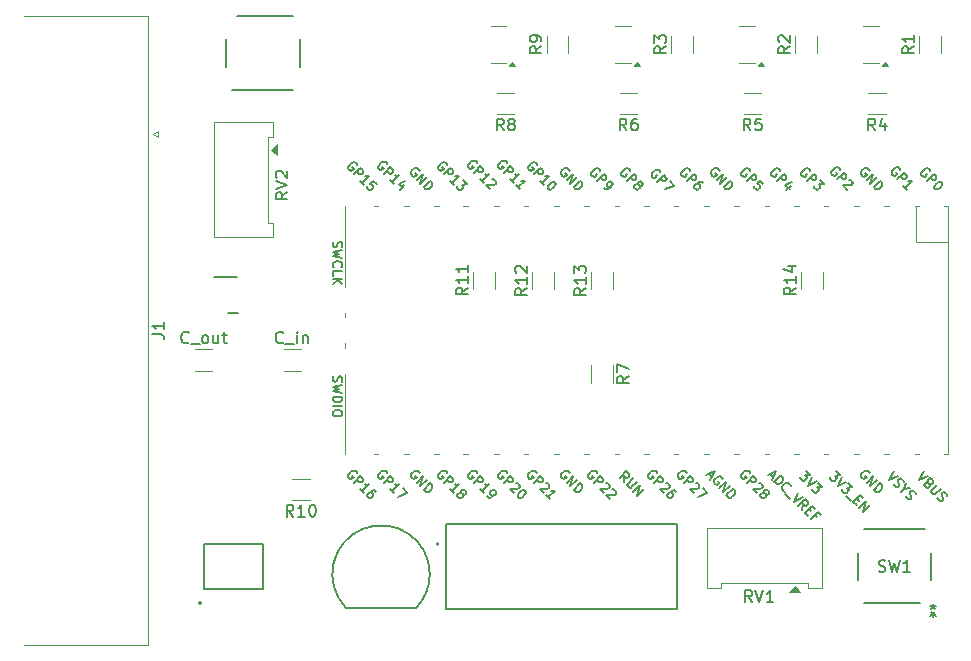
<source format=gbr>
%TF.GenerationSoftware,KiCad,Pcbnew,8.0.4*%
%TF.CreationDate,2024-09-29T14:35:45-05:00*%
%TF.ProjectId,KiCad-Pi-Pico,4b694361-642d-4506-992d-5069636f2e6b,1.0*%
%TF.SameCoordinates,Original*%
%TF.FileFunction,Legend,Top*%
%TF.FilePolarity,Positive*%
%FSLAX46Y46*%
G04 Gerber Fmt 4.6, Leading zero omitted, Abs format (unit mm)*
G04 Created by KiCad (PCBNEW 8.0.4) date 2024-09-29 14:35:45*
%MOMM*%
%LPD*%
G01*
G04 APERTURE LIST*
%ADD10C,0.150000*%
%ADD11C,0.127000*%
%ADD12C,0.200000*%
%ADD13C,0.120000*%
%ADD14C,0.152400*%
G04 APERTURE END LIST*
D10*
X123475800Y-103904761D02*
X123437704Y-104019047D01*
X123437704Y-104019047D02*
X123437704Y-104209523D01*
X123437704Y-104209523D02*
X123475800Y-104285714D01*
X123475800Y-104285714D02*
X123513895Y-104323809D01*
X123513895Y-104323809D02*
X123590085Y-104361904D01*
X123590085Y-104361904D02*
X123666276Y-104361904D01*
X123666276Y-104361904D02*
X123742466Y-104323809D01*
X123742466Y-104323809D02*
X123780561Y-104285714D01*
X123780561Y-104285714D02*
X123818657Y-104209523D01*
X123818657Y-104209523D02*
X123856752Y-104057142D01*
X123856752Y-104057142D02*
X123894847Y-103980952D01*
X123894847Y-103980952D02*
X123932942Y-103942857D01*
X123932942Y-103942857D02*
X124009133Y-103904761D01*
X124009133Y-103904761D02*
X124085323Y-103904761D01*
X124085323Y-103904761D02*
X124161514Y-103942857D01*
X124161514Y-103942857D02*
X124199609Y-103980952D01*
X124199609Y-103980952D02*
X124237704Y-104057142D01*
X124237704Y-104057142D02*
X124237704Y-104247619D01*
X124237704Y-104247619D02*
X124199609Y-104361904D01*
X124237704Y-104628571D02*
X123437704Y-104819047D01*
X123437704Y-104819047D02*
X124009133Y-104971428D01*
X124009133Y-104971428D02*
X123437704Y-105123809D01*
X123437704Y-105123809D02*
X124237704Y-105314286D01*
X123437704Y-105619048D02*
X124237704Y-105619048D01*
X124237704Y-105619048D02*
X124237704Y-105809524D01*
X124237704Y-105809524D02*
X124199609Y-105923810D01*
X124199609Y-105923810D02*
X124123419Y-106000000D01*
X124123419Y-106000000D02*
X124047228Y-106038095D01*
X124047228Y-106038095D02*
X123894847Y-106076191D01*
X123894847Y-106076191D02*
X123780561Y-106076191D01*
X123780561Y-106076191D02*
X123628180Y-106038095D01*
X123628180Y-106038095D02*
X123551990Y-106000000D01*
X123551990Y-106000000D02*
X123475800Y-105923810D01*
X123475800Y-105923810D02*
X123437704Y-105809524D01*
X123437704Y-105809524D02*
X123437704Y-105619048D01*
X123437704Y-106419048D02*
X124237704Y-106419048D01*
X124237704Y-106952381D02*
X124237704Y-107104762D01*
X124237704Y-107104762D02*
X124199609Y-107180952D01*
X124199609Y-107180952D02*
X124123419Y-107257143D01*
X124123419Y-107257143D02*
X123971038Y-107295238D01*
X123971038Y-107295238D02*
X123704371Y-107295238D01*
X123704371Y-107295238D02*
X123551990Y-107257143D01*
X123551990Y-107257143D02*
X123475800Y-107180952D01*
X123475800Y-107180952D02*
X123437704Y-107104762D01*
X123437704Y-107104762D02*
X123437704Y-106952381D01*
X123437704Y-106952381D02*
X123475800Y-106876190D01*
X123475800Y-106876190D02*
X123551990Y-106800000D01*
X123551990Y-106800000D02*
X123704371Y-106761904D01*
X123704371Y-106761904D02*
X123971038Y-106761904D01*
X123971038Y-106761904D02*
X124123419Y-106800000D01*
X124123419Y-106800000D02*
X124199609Y-106876190D01*
X124199609Y-106876190D02*
X124237704Y-106952381D01*
X123475800Y-92490475D02*
X123437704Y-92604761D01*
X123437704Y-92604761D02*
X123437704Y-92795237D01*
X123437704Y-92795237D02*
X123475800Y-92871428D01*
X123475800Y-92871428D02*
X123513895Y-92909523D01*
X123513895Y-92909523D02*
X123590085Y-92947618D01*
X123590085Y-92947618D02*
X123666276Y-92947618D01*
X123666276Y-92947618D02*
X123742466Y-92909523D01*
X123742466Y-92909523D02*
X123780561Y-92871428D01*
X123780561Y-92871428D02*
X123818657Y-92795237D01*
X123818657Y-92795237D02*
X123856752Y-92642856D01*
X123856752Y-92642856D02*
X123894847Y-92566666D01*
X123894847Y-92566666D02*
X123932942Y-92528571D01*
X123932942Y-92528571D02*
X124009133Y-92490475D01*
X124009133Y-92490475D02*
X124085323Y-92490475D01*
X124085323Y-92490475D02*
X124161514Y-92528571D01*
X124161514Y-92528571D02*
X124199609Y-92566666D01*
X124199609Y-92566666D02*
X124237704Y-92642856D01*
X124237704Y-92642856D02*
X124237704Y-92833333D01*
X124237704Y-92833333D02*
X124199609Y-92947618D01*
X124237704Y-93214285D02*
X123437704Y-93404761D01*
X123437704Y-93404761D02*
X124009133Y-93557142D01*
X124009133Y-93557142D02*
X123437704Y-93709523D01*
X123437704Y-93709523D02*
X124237704Y-93900000D01*
X123513895Y-94661905D02*
X123475800Y-94623809D01*
X123475800Y-94623809D02*
X123437704Y-94509524D01*
X123437704Y-94509524D02*
X123437704Y-94433333D01*
X123437704Y-94433333D02*
X123475800Y-94319047D01*
X123475800Y-94319047D02*
X123551990Y-94242857D01*
X123551990Y-94242857D02*
X123628180Y-94204762D01*
X123628180Y-94204762D02*
X123780561Y-94166666D01*
X123780561Y-94166666D02*
X123894847Y-94166666D01*
X123894847Y-94166666D02*
X124047228Y-94204762D01*
X124047228Y-94204762D02*
X124123419Y-94242857D01*
X124123419Y-94242857D02*
X124199609Y-94319047D01*
X124199609Y-94319047D02*
X124237704Y-94433333D01*
X124237704Y-94433333D02*
X124237704Y-94509524D01*
X124237704Y-94509524D02*
X124199609Y-94623809D01*
X124199609Y-94623809D02*
X124161514Y-94661905D01*
X123437704Y-95385714D02*
X123437704Y-95004762D01*
X123437704Y-95004762D02*
X124237704Y-95004762D01*
X123437704Y-95652381D02*
X124237704Y-95652381D01*
X123437704Y-96109524D02*
X123894847Y-95766666D01*
X124237704Y-96109524D02*
X123780561Y-95652381D01*
X169358333Y-83074819D02*
X169025000Y-82598628D01*
X168786905Y-83074819D02*
X168786905Y-82074819D01*
X168786905Y-82074819D02*
X169167857Y-82074819D01*
X169167857Y-82074819D02*
X169263095Y-82122438D01*
X169263095Y-82122438D02*
X169310714Y-82170057D01*
X169310714Y-82170057D02*
X169358333Y-82265295D01*
X169358333Y-82265295D02*
X169358333Y-82408152D01*
X169358333Y-82408152D02*
X169310714Y-82503390D01*
X169310714Y-82503390D02*
X169263095Y-82551009D01*
X169263095Y-82551009D02*
X169167857Y-82598628D01*
X169167857Y-82598628D02*
X168786905Y-82598628D01*
X170215476Y-82408152D02*
X170215476Y-83074819D01*
X169977381Y-82027200D02*
X169739286Y-82741485D01*
X169739286Y-82741485D02*
X170358333Y-82741485D01*
X158808333Y-83074819D02*
X158475000Y-82598628D01*
X158236905Y-83074819D02*
X158236905Y-82074819D01*
X158236905Y-82074819D02*
X158617857Y-82074819D01*
X158617857Y-82074819D02*
X158713095Y-82122438D01*
X158713095Y-82122438D02*
X158760714Y-82170057D01*
X158760714Y-82170057D02*
X158808333Y-82265295D01*
X158808333Y-82265295D02*
X158808333Y-82408152D01*
X158808333Y-82408152D02*
X158760714Y-82503390D01*
X158760714Y-82503390D02*
X158713095Y-82551009D01*
X158713095Y-82551009D02*
X158617857Y-82598628D01*
X158617857Y-82598628D02*
X158236905Y-82598628D01*
X159713095Y-82074819D02*
X159236905Y-82074819D01*
X159236905Y-82074819D02*
X159189286Y-82551009D01*
X159189286Y-82551009D02*
X159236905Y-82503390D01*
X159236905Y-82503390D02*
X159332143Y-82455771D01*
X159332143Y-82455771D02*
X159570238Y-82455771D01*
X159570238Y-82455771D02*
X159665476Y-82503390D01*
X159665476Y-82503390D02*
X159713095Y-82551009D01*
X159713095Y-82551009D02*
X159760714Y-82646247D01*
X159760714Y-82646247D02*
X159760714Y-82884342D01*
X159760714Y-82884342D02*
X159713095Y-82979580D01*
X159713095Y-82979580D02*
X159665476Y-83027200D01*
X159665476Y-83027200D02*
X159570238Y-83074819D01*
X159570238Y-83074819D02*
X159332143Y-83074819D01*
X159332143Y-83074819D02*
X159236905Y-83027200D01*
X159236905Y-83027200D02*
X159189286Y-82979580D01*
X148524819Y-103866666D02*
X148048628Y-104199999D01*
X148524819Y-104438094D02*
X147524819Y-104438094D01*
X147524819Y-104438094D02*
X147524819Y-104057142D01*
X147524819Y-104057142D02*
X147572438Y-103961904D01*
X147572438Y-103961904D02*
X147620057Y-103914285D01*
X147620057Y-103914285D02*
X147715295Y-103866666D01*
X147715295Y-103866666D02*
X147858152Y-103866666D01*
X147858152Y-103866666D02*
X147953390Y-103914285D01*
X147953390Y-103914285D02*
X148001009Y-103961904D01*
X148001009Y-103961904D02*
X148048628Y-104057142D01*
X148048628Y-104057142D02*
X148048628Y-104438094D01*
X147524819Y-103533332D02*
X147524819Y-102866666D01*
X147524819Y-102866666D02*
X148524819Y-103295237D01*
X108160150Y-100328333D02*
X108874435Y-100328333D01*
X108874435Y-100328333D02*
X109017292Y-100375952D01*
X109017292Y-100375952D02*
X109112531Y-100471190D01*
X109112531Y-100471190D02*
X109160150Y-100614047D01*
X109160150Y-100614047D02*
X109160150Y-100709285D01*
X109160150Y-99328333D02*
X109160150Y-99899761D01*
X109160150Y-99614047D02*
X108160150Y-99614047D01*
X108160150Y-99614047D02*
X108303007Y-99709285D01*
X108303007Y-99709285D02*
X108398245Y-99804523D01*
X108398245Y-99804523D02*
X108445864Y-99899761D01*
X120107142Y-115774819D02*
X119773809Y-115298628D01*
X119535714Y-115774819D02*
X119535714Y-114774819D01*
X119535714Y-114774819D02*
X119916666Y-114774819D01*
X119916666Y-114774819D02*
X120011904Y-114822438D01*
X120011904Y-114822438D02*
X120059523Y-114870057D01*
X120059523Y-114870057D02*
X120107142Y-114965295D01*
X120107142Y-114965295D02*
X120107142Y-115108152D01*
X120107142Y-115108152D02*
X120059523Y-115203390D01*
X120059523Y-115203390D02*
X120011904Y-115251009D01*
X120011904Y-115251009D02*
X119916666Y-115298628D01*
X119916666Y-115298628D02*
X119535714Y-115298628D01*
X121059523Y-115774819D02*
X120488095Y-115774819D01*
X120773809Y-115774819D02*
X120773809Y-114774819D01*
X120773809Y-114774819D02*
X120678571Y-114917676D01*
X120678571Y-114917676D02*
X120583333Y-115012914D01*
X120583333Y-115012914D02*
X120488095Y-115060533D01*
X121678571Y-114774819D02*
X121773809Y-114774819D01*
X121773809Y-114774819D02*
X121869047Y-114822438D01*
X121869047Y-114822438D02*
X121916666Y-114870057D01*
X121916666Y-114870057D02*
X121964285Y-114965295D01*
X121964285Y-114965295D02*
X122011904Y-115155771D01*
X122011904Y-115155771D02*
X122011904Y-115393866D01*
X122011904Y-115393866D02*
X121964285Y-115584342D01*
X121964285Y-115584342D02*
X121916666Y-115679580D01*
X121916666Y-115679580D02*
X121869047Y-115727200D01*
X121869047Y-115727200D02*
X121773809Y-115774819D01*
X121773809Y-115774819D02*
X121678571Y-115774819D01*
X121678571Y-115774819D02*
X121583333Y-115727200D01*
X121583333Y-115727200D02*
X121535714Y-115679580D01*
X121535714Y-115679580D02*
X121488095Y-115584342D01*
X121488095Y-115584342D02*
X121440476Y-115393866D01*
X121440476Y-115393866D02*
X121440476Y-115155771D01*
X121440476Y-115155771D02*
X121488095Y-114965295D01*
X121488095Y-114965295D02*
X121535714Y-114870057D01*
X121535714Y-114870057D02*
X121583333Y-114822438D01*
X121583333Y-114822438D02*
X121678571Y-114774819D01*
X163848505Y-86513372D02*
X163821568Y-86432560D01*
X163821568Y-86432560D02*
X163740756Y-86351748D01*
X163740756Y-86351748D02*
X163633006Y-86297873D01*
X163633006Y-86297873D02*
X163525257Y-86297873D01*
X163525257Y-86297873D02*
X163444444Y-86324810D01*
X163444444Y-86324810D02*
X163309757Y-86405623D01*
X163309757Y-86405623D02*
X163228945Y-86486435D01*
X163228945Y-86486435D02*
X163148133Y-86621122D01*
X163148133Y-86621122D02*
X163121196Y-86701934D01*
X163121196Y-86701934D02*
X163121196Y-86809684D01*
X163121196Y-86809684D02*
X163175070Y-86917433D01*
X163175070Y-86917433D02*
X163228945Y-86971308D01*
X163228945Y-86971308D02*
X163336695Y-87025183D01*
X163336695Y-87025183D02*
X163390570Y-87025183D01*
X163390570Y-87025183D02*
X163579131Y-86836621D01*
X163579131Y-86836621D02*
X163471382Y-86728871D01*
X163579131Y-87321494D02*
X164144817Y-86755809D01*
X164144817Y-86755809D02*
X164360316Y-86971308D01*
X164360316Y-86971308D02*
X164387253Y-87052120D01*
X164387253Y-87052120D02*
X164387253Y-87105995D01*
X164387253Y-87105995D02*
X164360316Y-87186807D01*
X164360316Y-87186807D02*
X164279504Y-87267619D01*
X164279504Y-87267619D02*
X164198692Y-87294557D01*
X164198692Y-87294557D02*
X164144817Y-87294557D01*
X164144817Y-87294557D02*
X164064005Y-87267619D01*
X164064005Y-87267619D02*
X163848505Y-87052120D01*
X164656627Y-87267619D02*
X165006814Y-87617806D01*
X165006814Y-87617806D02*
X164602753Y-87644743D01*
X164602753Y-87644743D02*
X164683565Y-87725555D01*
X164683565Y-87725555D02*
X164710502Y-87806367D01*
X164710502Y-87806367D02*
X164710502Y-87860242D01*
X164710502Y-87860242D02*
X164683565Y-87941054D01*
X164683565Y-87941054D02*
X164548878Y-88075741D01*
X164548878Y-88075741D02*
X164468066Y-88102679D01*
X164468066Y-88102679D02*
X164414191Y-88102679D01*
X164414191Y-88102679D02*
X164333379Y-88075741D01*
X164333379Y-88075741D02*
X164171754Y-87914117D01*
X164171754Y-87914117D02*
X164144817Y-87833305D01*
X164144817Y-87833305D02*
X164144817Y-87779430D01*
X148608505Y-86513372D02*
X148581568Y-86432560D01*
X148581568Y-86432560D02*
X148500756Y-86351748D01*
X148500756Y-86351748D02*
X148393006Y-86297873D01*
X148393006Y-86297873D02*
X148285257Y-86297873D01*
X148285257Y-86297873D02*
X148204444Y-86324810D01*
X148204444Y-86324810D02*
X148069757Y-86405623D01*
X148069757Y-86405623D02*
X147988945Y-86486435D01*
X147988945Y-86486435D02*
X147908133Y-86621122D01*
X147908133Y-86621122D02*
X147881196Y-86701934D01*
X147881196Y-86701934D02*
X147881196Y-86809684D01*
X147881196Y-86809684D02*
X147935070Y-86917433D01*
X147935070Y-86917433D02*
X147988945Y-86971308D01*
X147988945Y-86971308D02*
X148096695Y-87025183D01*
X148096695Y-87025183D02*
X148150570Y-87025183D01*
X148150570Y-87025183D02*
X148339131Y-86836621D01*
X148339131Y-86836621D02*
X148231382Y-86728871D01*
X148339131Y-87321494D02*
X148904817Y-86755809D01*
X148904817Y-86755809D02*
X149120316Y-86971308D01*
X149120316Y-86971308D02*
X149147253Y-87052120D01*
X149147253Y-87052120D02*
X149147253Y-87105995D01*
X149147253Y-87105995D02*
X149120316Y-87186807D01*
X149120316Y-87186807D02*
X149039504Y-87267619D01*
X149039504Y-87267619D02*
X148958692Y-87294557D01*
X148958692Y-87294557D02*
X148904817Y-87294557D01*
X148904817Y-87294557D02*
X148824005Y-87267619D01*
X148824005Y-87267619D02*
X148608505Y-87052120D01*
X149308878Y-87644743D02*
X149281940Y-87563931D01*
X149281940Y-87563931D02*
X149281940Y-87510056D01*
X149281940Y-87510056D02*
X149308878Y-87429244D01*
X149308878Y-87429244D02*
X149335815Y-87402306D01*
X149335815Y-87402306D02*
X149416627Y-87375369D01*
X149416627Y-87375369D02*
X149470502Y-87375369D01*
X149470502Y-87375369D02*
X149551314Y-87402306D01*
X149551314Y-87402306D02*
X149659064Y-87510056D01*
X149659064Y-87510056D02*
X149686001Y-87590868D01*
X149686001Y-87590868D02*
X149686001Y-87644743D01*
X149686001Y-87644743D02*
X149659064Y-87725555D01*
X149659064Y-87725555D02*
X149632127Y-87752493D01*
X149632127Y-87752493D02*
X149551314Y-87779430D01*
X149551314Y-87779430D02*
X149497440Y-87779430D01*
X149497440Y-87779430D02*
X149416627Y-87752493D01*
X149416627Y-87752493D02*
X149308878Y-87644743D01*
X149308878Y-87644743D02*
X149228066Y-87617806D01*
X149228066Y-87617806D02*
X149174191Y-87617806D01*
X149174191Y-87617806D02*
X149093379Y-87644743D01*
X149093379Y-87644743D02*
X148985629Y-87752493D01*
X148985629Y-87752493D02*
X148958692Y-87833305D01*
X148958692Y-87833305D02*
X148958692Y-87887180D01*
X148958692Y-87887180D02*
X148985629Y-87967992D01*
X148985629Y-87967992D02*
X149093379Y-88075741D01*
X149093379Y-88075741D02*
X149174191Y-88102679D01*
X149174191Y-88102679D02*
X149228066Y-88102679D01*
X149228066Y-88102679D02*
X149308878Y-88075741D01*
X149308878Y-88075741D02*
X149416627Y-87967992D01*
X149416627Y-87967992D02*
X149443565Y-87887180D01*
X149443565Y-87887180D02*
X149443565Y-87833305D01*
X149443565Y-87833305D02*
X149416627Y-87752493D01*
X168901568Y-86486435D02*
X168874631Y-86405623D01*
X168874631Y-86405623D02*
X168793819Y-86324811D01*
X168793819Y-86324811D02*
X168686069Y-86270936D01*
X168686069Y-86270936D02*
X168578319Y-86270936D01*
X168578319Y-86270936D02*
X168497507Y-86297873D01*
X168497507Y-86297873D02*
X168362820Y-86378685D01*
X168362820Y-86378685D02*
X168282008Y-86459498D01*
X168282008Y-86459498D02*
X168201196Y-86594185D01*
X168201196Y-86594185D02*
X168174258Y-86674997D01*
X168174258Y-86674997D02*
X168174258Y-86782746D01*
X168174258Y-86782746D02*
X168228133Y-86890496D01*
X168228133Y-86890496D02*
X168282008Y-86944371D01*
X168282008Y-86944371D02*
X168389758Y-86998246D01*
X168389758Y-86998246D02*
X168443632Y-86998246D01*
X168443632Y-86998246D02*
X168632194Y-86809684D01*
X168632194Y-86809684D02*
X168524445Y-86701934D01*
X168632194Y-87294557D02*
X169197880Y-86728872D01*
X169197880Y-86728872D02*
X168955443Y-87617806D01*
X168955443Y-87617806D02*
X169521128Y-87052120D01*
X169224817Y-87887180D02*
X169790502Y-87321494D01*
X169790502Y-87321494D02*
X169925189Y-87456181D01*
X169925189Y-87456181D02*
X169979064Y-87563931D01*
X169979064Y-87563931D02*
X169979064Y-87671680D01*
X169979064Y-87671680D02*
X169952127Y-87752493D01*
X169952127Y-87752493D02*
X169871314Y-87887180D01*
X169871314Y-87887180D02*
X169790502Y-87967992D01*
X169790502Y-87967992D02*
X169655815Y-88048804D01*
X169655815Y-88048804D02*
X169575003Y-88075741D01*
X169575003Y-88075741D02*
X169467253Y-88075741D01*
X169467253Y-88075741D02*
X169359504Y-88021867D01*
X169359504Y-88021867D02*
X169224817Y-87887180D01*
X153409131Y-112097998D02*
X153382194Y-112017185D01*
X153382194Y-112017185D02*
X153301381Y-111936373D01*
X153301381Y-111936373D02*
X153193632Y-111882498D01*
X153193632Y-111882498D02*
X153085882Y-111882498D01*
X153085882Y-111882498D02*
X153005070Y-111909436D01*
X153005070Y-111909436D02*
X152870383Y-111990248D01*
X152870383Y-111990248D02*
X152789571Y-112071060D01*
X152789571Y-112071060D02*
X152708758Y-112205747D01*
X152708758Y-112205747D02*
X152681821Y-112286560D01*
X152681821Y-112286560D02*
X152681821Y-112394309D01*
X152681821Y-112394309D02*
X152735696Y-112502059D01*
X152735696Y-112502059D02*
X152789571Y-112555934D01*
X152789571Y-112555934D02*
X152897320Y-112609808D01*
X152897320Y-112609808D02*
X152951195Y-112609808D01*
X152951195Y-112609808D02*
X153139757Y-112421247D01*
X153139757Y-112421247D02*
X153032007Y-112313497D01*
X153139757Y-112906120D02*
X153705442Y-112340434D01*
X153705442Y-112340434D02*
X153920942Y-112555934D01*
X153920942Y-112555934D02*
X153947879Y-112636746D01*
X153947879Y-112636746D02*
X153947879Y-112690621D01*
X153947879Y-112690621D02*
X153920942Y-112771433D01*
X153920942Y-112771433D02*
X153840129Y-112852245D01*
X153840129Y-112852245D02*
X153759317Y-112879182D01*
X153759317Y-112879182D02*
X153705442Y-112879182D01*
X153705442Y-112879182D02*
X153624630Y-112852245D01*
X153624630Y-112852245D02*
X153409131Y-112636746D01*
X154190316Y-112933057D02*
X154244190Y-112933057D01*
X154244190Y-112933057D02*
X154325003Y-112959995D01*
X154325003Y-112959995D02*
X154459690Y-113094682D01*
X154459690Y-113094682D02*
X154486627Y-113175494D01*
X154486627Y-113175494D02*
X154486627Y-113229369D01*
X154486627Y-113229369D02*
X154459690Y-113310181D01*
X154459690Y-113310181D02*
X154405815Y-113364056D01*
X154405815Y-113364056D02*
X154298065Y-113417930D01*
X154298065Y-113417930D02*
X153651568Y-113417930D01*
X153651568Y-113417930D02*
X154001754Y-113768117D01*
X154756001Y-113390993D02*
X155133125Y-113768117D01*
X155133125Y-113768117D02*
X154325003Y-114091366D01*
X145799131Y-112097998D02*
X145772194Y-112017185D01*
X145772194Y-112017185D02*
X145691381Y-111936373D01*
X145691381Y-111936373D02*
X145583632Y-111882498D01*
X145583632Y-111882498D02*
X145475882Y-111882498D01*
X145475882Y-111882498D02*
X145395070Y-111909436D01*
X145395070Y-111909436D02*
X145260383Y-111990248D01*
X145260383Y-111990248D02*
X145179571Y-112071060D01*
X145179571Y-112071060D02*
X145098758Y-112205747D01*
X145098758Y-112205747D02*
X145071821Y-112286560D01*
X145071821Y-112286560D02*
X145071821Y-112394309D01*
X145071821Y-112394309D02*
X145125696Y-112502059D01*
X145125696Y-112502059D02*
X145179571Y-112555934D01*
X145179571Y-112555934D02*
X145287320Y-112609808D01*
X145287320Y-112609808D02*
X145341195Y-112609808D01*
X145341195Y-112609808D02*
X145529757Y-112421247D01*
X145529757Y-112421247D02*
X145422007Y-112313497D01*
X145529757Y-112906120D02*
X146095442Y-112340434D01*
X146095442Y-112340434D02*
X146310942Y-112555934D01*
X146310942Y-112555934D02*
X146337879Y-112636746D01*
X146337879Y-112636746D02*
X146337879Y-112690621D01*
X146337879Y-112690621D02*
X146310942Y-112771433D01*
X146310942Y-112771433D02*
X146230129Y-112852245D01*
X146230129Y-112852245D02*
X146149317Y-112879182D01*
X146149317Y-112879182D02*
X146095442Y-112879182D01*
X146095442Y-112879182D02*
X146014630Y-112852245D01*
X146014630Y-112852245D02*
X145799131Y-112636746D01*
X146580316Y-112933057D02*
X146634190Y-112933057D01*
X146634190Y-112933057D02*
X146715003Y-112959995D01*
X146715003Y-112959995D02*
X146849690Y-113094682D01*
X146849690Y-113094682D02*
X146876627Y-113175494D01*
X146876627Y-113175494D02*
X146876627Y-113229369D01*
X146876627Y-113229369D02*
X146849690Y-113310181D01*
X146849690Y-113310181D02*
X146795815Y-113364056D01*
X146795815Y-113364056D02*
X146688065Y-113417930D01*
X146688065Y-113417930D02*
X146041568Y-113417930D01*
X146041568Y-113417930D02*
X146391754Y-113768117D01*
X147119064Y-113471805D02*
X147172939Y-113471805D01*
X147172939Y-113471805D02*
X147253751Y-113498743D01*
X147253751Y-113498743D02*
X147388438Y-113633430D01*
X147388438Y-113633430D02*
X147415375Y-113714242D01*
X147415375Y-113714242D02*
X147415375Y-113768117D01*
X147415375Y-113768117D02*
X147388438Y-113848929D01*
X147388438Y-113848929D02*
X147334563Y-113902804D01*
X147334563Y-113902804D02*
X147226813Y-113956679D01*
X147226813Y-113956679D02*
X146580316Y-113956679D01*
X146580316Y-113956679D02*
X146930502Y-114306865D01*
X143501568Y-112086435D02*
X143474631Y-112005623D01*
X143474631Y-112005623D02*
X143393819Y-111924811D01*
X143393819Y-111924811D02*
X143286069Y-111870936D01*
X143286069Y-111870936D02*
X143178319Y-111870936D01*
X143178319Y-111870936D02*
X143097507Y-111897873D01*
X143097507Y-111897873D02*
X142962820Y-111978685D01*
X142962820Y-111978685D02*
X142882008Y-112059498D01*
X142882008Y-112059498D02*
X142801196Y-112194185D01*
X142801196Y-112194185D02*
X142774258Y-112274997D01*
X142774258Y-112274997D02*
X142774258Y-112382746D01*
X142774258Y-112382746D02*
X142828133Y-112490496D01*
X142828133Y-112490496D02*
X142882008Y-112544371D01*
X142882008Y-112544371D02*
X142989758Y-112598246D01*
X142989758Y-112598246D02*
X143043632Y-112598246D01*
X143043632Y-112598246D02*
X143232194Y-112409684D01*
X143232194Y-112409684D02*
X143124445Y-112301934D01*
X143232194Y-112894557D02*
X143797880Y-112328872D01*
X143797880Y-112328872D02*
X143555443Y-113217806D01*
X143555443Y-113217806D02*
X144121128Y-112652120D01*
X143824817Y-113487180D02*
X144390502Y-112921494D01*
X144390502Y-112921494D02*
X144525189Y-113056181D01*
X144525189Y-113056181D02*
X144579064Y-113163931D01*
X144579064Y-113163931D02*
X144579064Y-113271680D01*
X144579064Y-113271680D02*
X144552127Y-113352493D01*
X144552127Y-113352493D02*
X144471314Y-113487180D01*
X144471314Y-113487180D02*
X144390502Y-113567992D01*
X144390502Y-113567992D02*
X144255815Y-113648804D01*
X144255815Y-113648804D02*
X144175003Y-113675741D01*
X144175003Y-113675741D02*
X144067253Y-113675741D01*
X144067253Y-113675741D02*
X143959504Y-113621867D01*
X143959504Y-113621867D02*
X143824817Y-113487180D01*
X125479131Y-112097998D02*
X125452194Y-112017185D01*
X125452194Y-112017185D02*
X125371381Y-111936373D01*
X125371381Y-111936373D02*
X125263632Y-111882498D01*
X125263632Y-111882498D02*
X125155882Y-111882498D01*
X125155882Y-111882498D02*
X125075070Y-111909436D01*
X125075070Y-111909436D02*
X124940383Y-111990248D01*
X124940383Y-111990248D02*
X124859571Y-112071060D01*
X124859571Y-112071060D02*
X124778758Y-112205747D01*
X124778758Y-112205747D02*
X124751821Y-112286560D01*
X124751821Y-112286560D02*
X124751821Y-112394309D01*
X124751821Y-112394309D02*
X124805696Y-112502059D01*
X124805696Y-112502059D02*
X124859571Y-112555934D01*
X124859571Y-112555934D02*
X124967320Y-112609808D01*
X124967320Y-112609808D02*
X125021195Y-112609808D01*
X125021195Y-112609808D02*
X125209757Y-112421247D01*
X125209757Y-112421247D02*
X125102007Y-112313497D01*
X125209757Y-112906120D02*
X125775442Y-112340434D01*
X125775442Y-112340434D02*
X125990942Y-112555934D01*
X125990942Y-112555934D02*
X126017879Y-112636746D01*
X126017879Y-112636746D02*
X126017879Y-112690621D01*
X126017879Y-112690621D02*
X125990942Y-112771433D01*
X125990942Y-112771433D02*
X125910129Y-112852245D01*
X125910129Y-112852245D02*
X125829317Y-112879182D01*
X125829317Y-112879182D02*
X125775442Y-112879182D01*
X125775442Y-112879182D02*
X125694630Y-112852245D01*
X125694630Y-112852245D02*
X125479131Y-112636746D01*
X126071754Y-113768117D02*
X125748505Y-113444868D01*
X125910129Y-113606492D02*
X126475815Y-113040807D01*
X126475815Y-113040807D02*
X126341128Y-113067744D01*
X126341128Y-113067744D02*
X126233378Y-113067744D01*
X126233378Y-113067744D02*
X126152566Y-113040807D01*
X127122313Y-113687305D02*
X127014563Y-113579555D01*
X127014563Y-113579555D02*
X126933751Y-113552618D01*
X126933751Y-113552618D02*
X126879876Y-113552618D01*
X126879876Y-113552618D02*
X126745189Y-113579555D01*
X126745189Y-113579555D02*
X126610502Y-113660367D01*
X126610502Y-113660367D02*
X126395003Y-113875866D01*
X126395003Y-113875866D02*
X126368065Y-113956679D01*
X126368065Y-113956679D02*
X126368065Y-114010553D01*
X126368065Y-114010553D02*
X126395003Y-114091366D01*
X126395003Y-114091366D02*
X126502752Y-114199115D01*
X126502752Y-114199115D02*
X126583565Y-114226053D01*
X126583565Y-114226053D02*
X126637439Y-114226053D01*
X126637439Y-114226053D02*
X126718252Y-114199115D01*
X126718252Y-114199115D02*
X126852939Y-114064428D01*
X126852939Y-114064428D02*
X126879876Y-113983616D01*
X126879876Y-113983616D02*
X126879876Y-113929741D01*
X126879876Y-113929741D02*
X126852939Y-113848929D01*
X126852939Y-113848929D02*
X126745189Y-113741179D01*
X126745189Y-113741179D02*
X126664377Y-113714242D01*
X126664377Y-113714242D02*
X126610502Y-113714242D01*
X126610502Y-113714242D02*
X126529690Y-113741179D01*
X130801568Y-86486435D02*
X130774631Y-86405623D01*
X130774631Y-86405623D02*
X130693819Y-86324811D01*
X130693819Y-86324811D02*
X130586069Y-86270936D01*
X130586069Y-86270936D02*
X130478319Y-86270936D01*
X130478319Y-86270936D02*
X130397507Y-86297873D01*
X130397507Y-86297873D02*
X130262820Y-86378685D01*
X130262820Y-86378685D02*
X130182008Y-86459498D01*
X130182008Y-86459498D02*
X130101196Y-86594185D01*
X130101196Y-86594185D02*
X130074258Y-86674997D01*
X130074258Y-86674997D02*
X130074258Y-86782746D01*
X130074258Y-86782746D02*
X130128133Y-86890496D01*
X130128133Y-86890496D02*
X130182008Y-86944371D01*
X130182008Y-86944371D02*
X130289758Y-86998246D01*
X130289758Y-86998246D02*
X130343632Y-86998246D01*
X130343632Y-86998246D02*
X130532194Y-86809684D01*
X130532194Y-86809684D02*
X130424445Y-86701934D01*
X130532194Y-87294557D02*
X131097880Y-86728872D01*
X131097880Y-86728872D02*
X130855443Y-87617806D01*
X130855443Y-87617806D02*
X131421128Y-87052120D01*
X131124817Y-87887180D02*
X131690502Y-87321494D01*
X131690502Y-87321494D02*
X131825189Y-87456181D01*
X131825189Y-87456181D02*
X131879064Y-87563931D01*
X131879064Y-87563931D02*
X131879064Y-87671680D01*
X131879064Y-87671680D02*
X131852127Y-87752493D01*
X131852127Y-87752493D02*
X131771314Y-87887180D01*
X131771314Y-87887180D02*
X131690502Y-87967992D01*
X131690502Y-87967992D02*
X131555815Y-88048804D01*
X131555815Y-88048804D02*
X131475003Y-88075741D01*
X131475003Y-88075741D02*
X131367253Y-88075741D01*
X131367253Y-88075741D02*
X131259504Y-88021867D01*
X131259504Y-88021867D02*
X131124817Y-87887180D01*
X150879131Y-112097998D02*
X150852194Y-112017185D01*
X150852194Y-112017185D02*
X150771381Y-111936373D01*
X150771381Y-111936373D02*
X150663632Y-111882498D01*
X150663632Y-111882498D02*
X150555882Y-111882498D01*
X150555882Y-111882498D02*
X150475070Y-111909436D01*
X150475070Y-111909436D02*
X150340383Y-111990248D01*
X150340383Y-111990248D02*
X150259571Y-112071060D01*
X150259571Y-112071060D02*
X150178758Y-112205747D01*
X150178758Y-112205747D02*
X150151821Y-112286560D01*
X150151821Y-112286560D02*
X150151821Y-112394309D01*
X150151821Y-112394309D02*
X150205696Y-112502059D01*
X150205696Y-112502059D02*
X150259571Y-112555934D01*
X150259571Y-112555934D02*
X150367320Y-112609808D01*
X150367320Y-112609808D02*
X150421195Y-112609808D01*
X150421195Y-112609808D02*
X150609757Y-112421247D01*
X150609757Y-112421247D02*
X150502007Y-112313497D01*
X150609757Y-112906120D02*
X151175442Y-112340434D01*
X151175442Y-112340434D02*
X151390942Y-112555934D01*
X151390942Y-112555934D02*
X151417879Y-112636746D01*
X151417879Y-112636746D02*
X151417879Y-112690621D01*
X151417879Y-112690621D02*
X151390942Y-112771433D01*
X151390942Y-112771433D02*
X151310129Y-112852245D01*
X151310129Y-112852245D02*
X151229317Y-112879182D01*
X151229317Y-112879182D02*
X151175442Y-112879182D01*
X151175442Y-112879182D02*
X151094630Y-112852245D01*
X151094630Y-112852245D02*
X150879131Y-112636746D01*
X151660316Y-112933057D02*
X151714190Y-112933057D01*
X151714190Y-112933057D02*
X151795003Y-112959995D01*
X151795003Y-112959995D02*
X151929690Y-113094682D01*
X151929690Y-113094682D02*
X151956627Y-113175494D01*
X151956627Y-113175494D02*
X151956627Y-113229369D01*
X151956627Y-113229369D02*
X151929690Y-113310181D01*
X151929690Y-113310181D02*
X151875815Y-113364056D01*
X151875815Y-113364056D02*
X151768065Y-113417930D01*
X151768065Y-113417930D02*
X151121568Y-113417930D01*
X151121568Y-113417930D02*
X151471754Y-113768117D01*
X152522313Y-113687305D02*
X152414563Y-113579555D01*
X152414563Y-113579555D02*
X152333751Y-113552618D01*
X152333751Y-113552618D02*
X152279876Y-113552618D01*
X152279876Y-113552618D02*
X152145189Y-113579555D01*
X152145189Y-113579555D02*
X152010502Y-113660367D01*
X152010502Y-113660367D02*
X151795003Y-113875866D01*
X151795003Y-113875866D02*
X151768065Y-113956679D01*
X151768065Y-113956679D02*
X151768065Y-114010553D01*
X151768065Y-114010553D02*
X151795003Y-114091366D01*
X151795003Y-114091366D02*
X151902752Y-114199115D01*
X151902752Y-114199115D02*
X151983565Y-114226053D01*
X151983565Y-114226053D02*
X152037439Y-114226053D01*
X152037439Y-114226053D02*
X152118252Y-114199115D01*
X152118252Y-114199115D02*
X152252939Y-114064428D01*
X152252939Y-114064428D02*
X152279876Y-113983616D01*
X152279876Y-113983616D02*
X152279876Y-113929741D01*
X152279876Y-113929741D02*
X152252939Y-113848929D01*
X152252939Y-113848929D02*
X152145189Y-113741179D01*
X152145189Y-113741179D02*
X152064377Y-113714242D01*
X152064377Y-113714242D02*
X152010502Y-113714242D01*
X152010502Y-113714242D02*
X151929690Y-113741179D01*
X140709131Y-112097998D02*
X140682194Y-112017185D01*
X140682194Y-112017185D02*
X140601381Y-111936373D01*
X140601381Y-111936373D02*
X140493632Y-111882498D01*
X140493632Y-111882498D02*
X140385882Y-111882498D01*
X140385882Y-111882498D02*
X140305070Y-111909436D01*
X140305070Y-111909436D02*
X140170383Y-111990248D01*
X140170383Y-111990248D02*
X140089571Y-112071060D01*
X140089571Y-112071060D02*
X140008758Y-112205747D01*
X140008758Y-112205747D02*
X139981821Y-112286560D01*
X139981821Y-112286560D02*
X139981821Y-112394309D01*
X139981821Y-112394309D02*
X140035696Y-112502059D01*
X140035696Y-112502059D02*
X140089571Y-112555934D01*
X140089571Y-112555934D02*
X140197320Y-112609808D01*
X140197320Y-112609808D02*
X140251195Y-112609808D01*
X140251195Y-112609808D02*
X140439757Y-112421247D01*
X140439757Y-112421247D02*
X140332007Y-112313497D01*
X140439757Y-112906120D02*
X141005442Y-112340434D01*
X141005442Y-112340434D02*
X141220942Y-112555934D01*
X141220942Y-112555934D02*
X141247879Y-112636746D01*
X141247879Y-112636746D02*
X141247879Y-112690621D01*
X141247879Y-112690621D02*
X141220942Y-112771433D01*
X141220942Y-112771433D02*
X141140129Y-112852245D01*
X141140129Y-112852245D02*
X141059317Y-112879182D01*
X141059317Y-112879182D02*
X141005442Y-112879182D01*
X141005442Y-112879182D02*
X140924630Y-112852245D01*
X140924630Y-112852245D02*
X140709131Y-112636746D01*
X141490316Y-112933057D02*
X141544190Y-112933057D01*
X141544190Y-112933057D02*
X141625003Y-112959995D01*
X141625003Y-112959995D02*
X141759690Y-113094682D01*
X141759690Y-113094682D02*
X141786627Y-113175494D01*
X141786627Y-113175494D02*
X141786627Y-113229369D01*
X141786627Y-113229369D02*
X141759690Y-113310181D01*
X141759690Y-113310181D02*
X141705815Y-113364056D01*
X141705815Y-113364056D02*
X141598065Y-113417930D01*
X141598065Y-113417930D02*
X140951568Y-113417930D01*
X140951568Y-113417930D02*
X141301754Y-113768117D01*
X141840502Y-114306865D02*
X141517253Y-113983616D01*
X141678878Y-114145240D02*
X142244563Y-113579555D01*
X142244563Y-113579555D02*
X142109876Y-113606492D01*
X142109876Y-113606492D02*
X142002126Y-113606492D01*
X142002126Y-113606492D02*
X141921314Y-113579555D01*
X156201568Y-86486435D02*
X156174631Y-86405623D01*
X156174631Y-86405623D02*
X156093819Y-86324811D01*
X156093819Y-86324811D02*
X155986069Y-86270936D01*
X155986069Y-86270936D02*
X155878319Y-86270936D01*
X155878319Y-86270936D02*
X155797507Y-86297873D01*
X155797507Y-86297873D02*
X155662820Y-86378685D01*
X155662820Y-86378685D02*
X155582008Y-86459498D01*
X155582008Y-86459498D02*
X155501196Y-86594185D01*
X155501196Y-86594185D02*
X155474258Y-86674997D01*
X155474258Y-86674997D02*
X155474258Y-86782746D01*
X155474258Y-86782746D02*
X155528133Y-86890496D01*
X155528133Y-86890496D02*
X155582008Y-86944371D01*
X155582008Y-86944371D02*
X155689758Y-86998246D01*
X155689758Y-86998246D02*
X155743632Y-86998246D01*
X155743632Y-86998246D02*
X155932194Y-86809684D01*
X155932194Y-86809684D02*
X155824445Y-86701934D01*
X155932194Y-87294557D02*
X156497880Y-86728872D01*
X156497880Y-86728872D02*
X156255443Y-87617806D01*
X156255443Y-87617806D02*
X156821128Y-87052120D01*
X156524817Y-87887180D02*
X157090502Y-87321494D01*
X157090502Y-87321494D02*
X157225189Y-87456181D01*
X157225189Y-87456181D02*
X157279064Y-87563931D01*
X157279064Y-87563931D02*
X157279064Y-87671680D01*
X157279064Y-87671680D02*
X157252127Y-87752493D01*
X157252127Y-87752493D02*
X157171314Y-87887180D01*
X157171314Y-87887180D02*
X157090502Y-87967992D01*
X157090502Y-87967992D02*
X156955815Y-88048804D01*
X156955815Y-88048804D02*
X156875003Y-88075741D01*
X156875003Y-88075741D02*
X156767253Y-88075741D01*
X156767253Y-88075741D02*
X156659504Y-88021867D01*
X156659504Y-88021867D02*
X156524817Y-87887180D01*
X151178505Y-86613372D02*
X151151568Y-86532560D01*
X151151568Y-86532560D02*
X151070756Y-86451748D01*
X151070756Y-86451748D02*
X150963006Y-86397873D01*
X150963006Y-86397873D02*
X150855257Y-86397873D01*
X150855257Y-86397873D02*
X150774444Y-86424810D01*
X150774444Y-86424810D02*
X150639757Y-86505623D01*
X150639757Y-86505623D02*
X150558945Y-86586435D01*
X150558945Y-86586435D02*
X150478133Y-86721122D01*
X150478133Y-86721122D02*
X150451196Y-86801934D01*
X150451196Y-86801934D02*
X150451196Y-86909684D01*
X150451196Y-86909684D02*
X150505070Y-87017433D01*
X150505070Y-87017433D02*
X150558945Y-87071308D01*
X150558945Y-87071308D02*
X150666695Y-87125183D01*
X150666695Y-87125183D02*
X150720570Y-87125183D01*
X150720570Y-87125183D02*
X150909131Y-86936621D01*
X150909131Y-86936621D02*
X150801382Y-86828871D01*
X150909131Y-87421494D02*
X151474817Y-86855809D01*
X151474817Y-86855809D02*
X151690316Y-87071308D01*
X151690316Y-87071308D02*
X151717253Y-87152120D01*
X151717253Y-87152120D02*
X151717253Y-87205995D01*
X151717253Y-87205995D02*
X151690316Y-87286807D01*
X151690316Y-87286807D02*
X151609504Y-87367619D01*
X151609504Y-87367619D02*
X151528692Y-87394557D01*
X151528692Y-87394557D02*
X151474817Y-87394557D01*
X151474817Y-87394557D02*
X151394005Y-87367619D01*
X151394005Y-87367619D02*
X151178505Y-87152120D01*
X151986627Y-87367619D02*
X152363751Y-87744743D01*
X152363751Y-87744743D02*
X151555629Y-88067992D01*
X128019131Y-112097998D02*
X127992194Y-112017185D01*
X127992194Y-112017185D02*
X127911381Y-111936373D01*
X127911381Y-111936373D02*
X127803632Y-111882498D01*
X127803632Y-111882498D02*
X127695882Y-111882498D01*
X127695882Y-111882498D02*
X127615070Y-111909436D01*
X127615070Y-111909436D02*
X127480383Y-111990248D01*
X127480383Y-111990248D02*
X127399571Y-112071060D01*
X127399571Y-112071060D02*
X127318758Y-112205747D01*
X127318758Y-112205747D02*
X127291821Y-112286560D01*
X127291821Y-112286560D02*
X127291821Y-112394309D01*
X127291821Y-112394309D02*
X127345696Y-112502059D01*
X127345696Y-112502059D02*
X127399571Y-112555934D01*
X127399571Y-112555934D02*
X127507320Y-112609808D01*
X127507320Y-112609808D02*
X127561195Y-112609808D01*
X127561195Y-112609808D02*
X127749757Y-112421247D01*
X127749757Y-112421247D02*
X127642007Y-112313497D01*
X127749757Y-112906120D02*
X128315442Y-112340434D01*
X128315442Y-112340434D02*
X128530942Y-112555934D01*
X128530942Y-112555934D02*
X128557879Y-112636746D01*
X128557879Y-112636746D02*
X128557879Y-112690621D01*
X128557879Y-112690621D02*
X128530942Y-112771433D01*
X128530942Y-112771433D02*
X128450129Y-112852245D01*
X128450129Y-112852245D02*
X128369317Y-112879182D01*
X128369317Y-112879182D02*
X128315442Y-112879182D01*
X128315442Y-112879182D02*
X128234630Y-112852245D01*
X128234630Y-112852245D02*
X128019131Y-112636746D01*
X128611754Y-113768117D02*
X128288505Y-113444868D01*
X128450129Y-113606492D02*
X129015815Y-113040807D01*
X129015815Y-113040807D02*
X128881128Y-113067744D01*
X128881128Y-113067744D02*
X128773378Y-113067744D01*
X128773378Y-113067744D02*
X128692566Y-113040807D01*
X129366001Y-113390993D02*
X129743125Y-113768117D01*
X129743125Y-113768117D02*
X128935003Y-114091366D01*
X166041415Y-111922407D02*
X166391601Y-112272593D01*
X166391601Y-112272593D02*
X165987540Y-112299531D01*
X165987540Y-112299531D02*
X166068353Y-112380343D01*
X166068353Y-112380343D02*
X166095290Y-112461155D01*
X166095290Y-112461155D02*
X166095290Y-112515030D01*
X166095290Y-112515030D02*
X166068353Y-112595842D01*
X166068353Y-112595842D02*
X165933666Y-112730529D01*
X165933666Y-112730529D02*
X165852853Y-112757467D01*
X165852853Y-112757467D02*
X165798979Y-112757467D01*
X165798979Y-112757467D02*
X165718166Y-112730529D01*
X165718166Y-112730529D02*
X165556542Y-112568905D01*
X165556542Y-112568905D02*
X165529605Y-112488093D01*
X165529605Y-112488093D02*
X165529605Y-112434218D01*
X166553226Y-112434218D02*
X166176102Y-113188465D01*
X166176102Y-113188465D02*
X166930350Y-112811342D01*
X167065036Y-112946028D02*
X167415223Y-113296215D01*
X167415223Y-113296215D02*
X167011162Y-113323152D01*
X167011162Y-113323152D02*
X167091974Y-113403964D01*
X167091974Y-113403964D02*
X167118911Y-113484776D01*
X167118911Y-113484776D02*
X167118911Y-113538651D01*
X167118911Y-113538651D02*
X167091974Y-113619464D01*
X167091974Y-113619464D02*
X166957287Y-113754151D01*
X166957287Y-113754151D02*
X166876475Y-113781088D01*
X166876475Y-113781088D02*
X166822600Y-113781088D01*
X166822600Y-113781088D02*
X166741788Y-113754151D01*
X166741788Y-113754151D02*
X166580163Y-113592526D01*
X166580163Y-113592526D02*
X166553226Y-113511714D01*
X166553226Y-113511714D02*
X166553226Y-113457839D01*
X166903412Y-114023525D02*
X167334411Y-114454523D01*
X167819284Y-114239024D02*
X168007846Y-114427586D01*
X167792347Y-114804709D02*
X167522973Y-114535335D01*
X167522973Y-114535335D02*
X168088658Y-113969650D01*
X168088658Y-113969650D02*
X168358032Y-114239024D01*
X168034784Y-115047146D02*
X168600469Y-114481461D01*
X168600469Y-114481461D02*
X168358032Y-115370395D01*
X168358032Y-115370395D02*
X168923718Y-114804710D01*
X143501568Y-86486435D02*
X143474631Y-86405623D01*
X143474631Y-86405623D02*
X143393819Y-86324811D01*
X143393819Y-86324811D02*
X143286069Y-86270936D01*
X143286069Y-86270936D02*
X143178319Y-86270936D01*
X143178319Y-86270936D02*
X143097507Y-86297873D01*
X143097507Y-86297873D02*
X142962820Y-86378685D01*
X142962820Y-86378685D02*
X142882008Y-86459498D01*
X142882008Y-86459498D02*
X142801196Y-86594185D01*
X142801196Y-86594185D02*
X142774258Y-86674997D01*
X142774258Y-86674997D02*
X142774258Y-86782746D01*
X142774258Y-86782746D02*
X142828133Y-86890496D01*
X142828133Y-86890496D02*
X142882008Y-86944371D01*
X142882008Y-86944371D02*
X142989758Y-86998246D01*
X142989758Y-86998246D02*
X143043632Y-86998246D01*
X143043632Y-86998246D02*
X143232194Y-86809684D01*
X143232194Y-86809684D02*
X143124445Y-86701934D01*
X143232194Y-87294557D02*
X143797880Y-86728872D01*
X143797880Y-86728872D02*
X143555443Y-87617806D01*
X143555443Y-87617806D02*
X144121128Y-87052120D01*
X143824817Y-87887180D02*
X144390502Y-87321494D01*
X144390502Y-87321494D02*
X144525189Y-87456181D01*
X144525189Y-87456181D02*
X144579064Y-87563931D01*
X144579064Y-87563931D02*
X144579064Y-87671680D01*
X144579064Y-87671680D02*
X144552127Y-87752493D01*
X144552127Y-87752493D02*
X144471314Y-87887180D01*
X144471314Y-87887180D02*
X144390502Y-87967992D01*
X144390502Y-87967992D02*
X144255815Y-88048804D01*
X144255815Y-88048804D02*
X144175003Y-88075741D01*
X144175003Y-88075741D02*
X144067253Y-88075741D01*
X144067253Y-88075741D02*
X143959504Y-88021867D01*
X143959504Y-88021867D02*
X143824817Y-87887180D01*
X138179131Y-112097998D02*
X138152194Y-112017185D01*
X138152194Y-112017185D02*
X138071381Y-111936373D01*
X138071381Y-111936373D02*
X137963632Y-111882498D01*
X137963632Y-111882498D02*
X137855882Y-111882498D01*
X137855882Y-111882498D02*
X137775070Y-111909436D01*
X137775070Y-111909436D02*
X137640383Y-111990248D01*
X137640383Y-111990248D02*
X137559571Y-112071060D01*
X137559571Y-112071060D02*
X137478758Y-112205747D01*
X137478758Y-112205747D02*
X137451821Y-112286560D01*
X137451821Y-112286560D02*
X137451821Y-112394309D01*
X137451821Y-112394309D02*
X137505696Y-112502059D01*
X137505696Y-112502059D02*
X137559571Y-112555934D01*
X137559571Y-112555934D02*
X137667320Y-112609808D01*
X137667320Y-112609808D02*
X137721195Y-112609808D01*
X137721195Y-112609808D02*
X137909757Y-112421247D01*
X137909757Y-112421247D02*
X137802007Y-112313497D01*
X137909757Y-112906120D02*
X138475442Y-112340434D01*
X138475442Y-112340434D02*
X138690942Y-112555934D01*
X138690942Y-112555934D02*
X138717879Y-112636746D01*
X138717879Y-112636746D02*
X138717879Y-112690621D01*
X138717879Y-112690621D02*
X138690942Y-112771433D01*
X138690942Y-112771433D02*
X138610129Y-112852245D01*
X138610129Y-112852245D02*
X138529317Y-112879182D01*
X138529317Y-112879182D02*
X138475442Y-112879182D01*
X138475442Y-112879182D02*
X138394630Y-112852245D01*
X138394630Y-112852245D02*
X138179131Y-112636746D01*
X138960316Y-112933057D02*
X139014190Y-112933057D01*
X139014190Y-112933057D02*
X139095003Y-112959995D01*
X139095003Y-112959995D02*
X139229690Y-113094682D01*
X139229690Y-113094682D02*
X139256627Y-113175494D01*
X139256627Y-113175494D02*
X139256627Y-113229369D01*
X139256627Y-113229369D02*
X139229690Y-113310181D01*
X139229690Y-113310181D02*
X139175815Y-113364056D01*
X139175815Y-113364056D02*
X139068065Y-113417930D01*
X139068065Y-113417930D02*
X138421568Y-113417930D01*
X138421568Y-113417930D02*
X138771754Y-113768117D01*
X139687626Y-113552618D02*
X139741500Y-113606492D01*
X139741500Y-113606492D02*
X139768438Y-113687305D01*
X139768438Y-113687305D02*
X139768438Y-113741179D01*
X139768438Y-113741179D02*
X139741500Y-113821992D01*
X139741500Y-113821992D02*
X139660688Y-113956679D01*
X139660688Y-113956679D02*
X139526001Y-114091366D01*
X139526001Y-114091366D02*
X139391314Y-114172178D01*
X139391314Y-114172178D02*
X139310502Y-114199115D01*
X139310502Y-114199115D02*
X139256627Y-114199115D01*
X139256627Y-114199115D02*
X139175815Y-114172178D01*
X139175815Y-114172178D02*
X139121940Y-114118303D01*
X139121940Y-114118303D02*
X139095003Y-114037491D01*
X139095003Y-114037491D02*
X139095003Y-113983616D01*
X139095003Y-113983616D02*
X139121940Y-113902804D01*
X139121940Y-113902804D02*
X139202752Y-113768117D01*
X139202752Y-113768117D02*
X139337439Y-113633430D01*
X139337439Y-113633430D02*
X139472126Y-113552618D01*
X139472126Y-113552618D02*
X139552939Y-113525680D01*
X139552939Y-113525680D02*
X139606813Y-113525680D01*
X139606813Y-113525680D02*
X139687626Y-113552618D01*
X158753131Y-112097998D02*
X158726194Y-112017185D01*
X158726194Y-112017185D02*
X158645381Y-111936373D01*
X158645381Y-111936373D02*
X158537632Y-111882498D01*
X158537632Y-111882498D02*
X158429882Y-111882498D01*
X158429882Y-111882498D02*
X158349070Y-111909436D01*
X158349070Y-111909436D02*
X158214383Y-111990248D01*
X158214383Y-111990248D02*
X158133571Y-112071060D01*
X158133571Y-112071060D02*
X158052758Y-112205747D01*
X158052758Y-112205747D02*
X158025821Y-112286560D01*
X158025821Y-112286560D02*
X158025821Y-112394309D01*
X158025821Y-112394309D02*
X158079696Y-112502059D01*
X158079696Y-112502059D02*
X158133571Y-112555934D01*
X158133571Y-112555934D02*
X158241320Y-112609808D01*
X158241320Y-112609808D02*
X158295195Y-112609808D01*
X158295195Y-112609808D02*
X158483757Y-112421247D01*
X158483757Y-112421247D02*
X158376007Y-112313497D01*
X158483757Y-112906120D02*
X159049442Y-112340434D01*
X159049442Y-112340434D02*
X159264942Y-112555934D01*
X159264942Y-112555934D02*
X159291879Y-112636746D01*
X159291879Y-112636746D02*
X159291879Y-112690621D01*
X159291879Y-112690621D02*
X159264942Y-112771433D01*
X159264942Y-112771433D02*
X159184129Y-112852245D01*
X159184129Y-112852245D02*
X159103317Y-112879182D01*
X159103317Y-112879182D02*
X159049442Y-112879182D01*
X159049442Y-112879182D02*
X158968630Y-112852245D01*
X158968630Y-112852245D02*
X158753131Y-112636746D01*
X159534316Y-112933057D02*
X159588190Y-112933057D01*
X159588190Y-112933057D02*
X159669003Y-112959995D01*
X159669003Y-112959995D02*
X159803690Y-113094682D01*
X159803690Y-113094682D02*
X159830627Y-113175494D01*
X159830627Y-113175494D02*
X159830627Y-113229369D01*
X159830627Y-113229369D02*
X159803690Y-113310181D01*
X159803690Y-113310181D02*
X159749815Y-113364056D01*
X159749815Y-113364056D02*
X159642065Y-113417930D01*
X159642065Y-113417930D02*
X158995568Y-113417930D01*
X158995568Y-113417930D02*
X159345754Y-113768117D01*
X159992252Y-113768117D02*
X159965314Y-113687305D01*
X159965314Y-113687305D02*
X159965314Y-113633430D01*
X159965314Y-113633430D02*
X159992252Y-113552618D01*
X159992252Y-113552618D02*
X160019189Y-113525680D01*
X160019189Y-113525680D02*
X160100001Y-113498743D01*
X160100001Y-113498743D02*
X160153876Y-113498743D01*
X160153876Y-113498743D02*
X160234688Y-113525680D01*
X160234688Y-113525680D02*
X160342438Y-113633430D01*
X160342438Y-113633430D02*
X160369375Y-113714242D01*
X160369375Y-113714242D02*
X160369375Y-113768117D01*
X160369375Y-113768117D02*
X160342438Y-113848929D01*
X160342438Y-113848929D02*
X160315500Y-113875866D01*
X160315500Y-113875866D02*
X160234688Y-113902804D01*
X160234688Y-113902804D02*
X160180813Y-113902804D01*
X160180813Y-113902804D02*
X160100001Y-113875866D01*
X160100001Y-113875866D02*
X159992252Y-113768117D01*
X159992252Y-113768117D02*
X159911439Y-113741179D01*
X159911439Y-113741179D02*
X159857565Y-113741179D01*
X159857565Y-113741179D02*
X159776752Y-113768117D01*
X159776752Y-113768117D02*
X159669003Y-113875866D01*
X159669003Y-113875866D02*
X159642065Y-113956679D01*
X159642065Y-113956679D02*
X159642065Y-114010553D01*
X159642065Y-114010553D02*
X159669003Y-114091366D01*
X159669003Y-114091366D02*
X159776752Y-114199115D01*
X159776752Y-114199115D02*
X159857565Y-114226053D01*
X159857565Y-114226053D02*
X159911439Y-114226053D01*
X159911439Y-114226053D02*
X159992252Y-114199115D01*
X159992252Y-114199115D02*
X160100001Y-114091366D01*
X160100001Y-114091366D02*
X160126939Y-114010553D01*
X160126939Y-114010553D02*
X160126939Y-113956679D01*
X160126939Y-113956679D02*
X160100001Y-113875866D01*
X158768505Y-86513372D02*
X158741568Y-86432560D01*
X158741568Y-86432560D02*
X158660756Y-86351748D01*
X158660756Y-86351748D02*
X158553006Y-86297873D01*
X158553006Y-86297873D02*
X158445257Y-86297873D01*
X158445257Y-86297873D02*
X158364444Y-86324810D01*
X158364444Y-86324810D02*
X158229757Y-86405623D01*
X158229757Y-86405623D02*
X158148945Y-86486435D01*
X158148945Y-86486435D02*
X158068133Y-86621122D01*
X158068133Y-86621122D02*
X158041196Y-86701934D01*
X158041196Y-86701934D02*
X158041196Y-86809684D01*
X158041196Y-86809684D02*
X158095070Y-86917433D01*
X158095070Y-86917433D02*
X158148945Y-86971308D01*
X158148945Y-86971308D02*
X158256695Y-87025183D01*
X158256695Y-87025183D02*
X158310570Y-87025183D01*
X158310570Y-87025183D02*
X158499131Y-86836621D01*
X158499131Y-86836621D02*
X158391382Y-86728871D01*
X158499131Y-87321494D02*
X159064817Y-86755809D01*
X159064817Y-86755809D02*
X159280316Y-86971308D01*
X159280316Y-86971308D02*
X159307253Y-87052120D01*
X159307253Y-87052120D02*
X159307253Y-87105995D01*
X159307253Y-87105995D02*
X159280316Y-87186807D01*
X159280316Y-87186807D02*
X159199504Y-87267619D01*
X159199504Y-87267619D02*
X159118692Y-87294557D01*
X159118692Y-87294557D02*
X159064817Y-87294557D01*
X159064817Y-87294557D02*
X158984005Y-87267619D01*
X158984005Y-87267619D02*
X158768505Y-87052120D01*
X159899876Y-87590868D02*
X159630502Y-87321494D01*
X159630502Y-87321494D02*
X159334191Y-87563931D01*
X159334191Y-87563931D02*
X159388066Y-87563931D01*
X159388066Y-87563931D02*
X159468878Y-87590868D01*
X159468878Y-87590868D02*
X159603565Y-87725555D01*
X159603565Y-87725555D02*
X159630502Y-87806367D01*
X159630502Y-87806367D02*
X159630502Y-87860242D01*
X159630502Y-87860242D02*
X159603565Y-87941054D01*
X159603565Y-87941054D02*
X159468878Y-88075741D01*
X159468878Y-88075741D02*
X159388066Y-88102679D01*
X159388066Y-88102679D02*
X159334191Y-88102679D01*
X159334191Y-88102679D02*
X159253379Y-88075741D01*
X159253379Y-88075741D02*
X159118692Y-87941054D01*
X159118692Y-87941054D02*
X159091754Y-87860242D01*
X159091754Y-87860242D02*
X159091754Y-87806367D01*
X174008505Y-86513372D02*
X173981568Y-86432560D01*
X173981568Y-86432560D02*
X173900756Y-86351748D01*
X173900756Y-86351748D02*
X173793006Y-86297873D01*
X173793006Y-86297873D02*
X173685257Y-86297873D01*
X173685257Y-86297873D02*
X173604444Y-86324810D01*
X173604444Y-86324810D02*
X173469757Y-86405623D01*
X173469757Y-86405623D02*
X173388945Y-86486435D01*
X173388945Y-86486435D02*
X173308133Y-86621122D01*
X173308133Y-86621122D02*
X173281196Y-86701934D01*
X173281196Y-86701934D02*
X173281196Y-86809684D01*
X173281196Y-86809684D02*
X173335070Y-86917433D01*
X173335070Y-86917433D02*
X173388945Y-86971308D01*
X173388945Y-86971308D02*
X173496695Y-87025183D01*
X173496695Y-87025183D02*
X173550570Y-87025183D01*
X173550570Y-87025183D02*
X173739131Y-86836621D01*
X173739131Y-86836621D02*
X173631382Y-86728871D01*
X173739131Y-87321494D02*
X174304817Y-86755809D01*
X174304817Y-86755809D02*
X174520316Y-86971308D01*
X174520316Y-86971308D02*
X174547253Y-87052120D01*
X174547253Y-87052120D02*
X174547253Y-87105995D01*
X174547253Y-87105995D02*
X174520316Y-87186807D01*
X174520316Y-87186807D02*
X174439504Y-87267619D01*
X174439504Y-87267619D02*
X174358692Y-87294557D01*
X174358692Y-87294557D02*
X174304817Y-87294557D01*
X174304817Y-87294557D02*
X174224005Y-87267619D01*
X174224005Y-87267619D02*
X174008505Y-87052120D01*
X174978252Y-87429244D02*
X175032127Y-87483119D01*
X175032127Y-87483119D02*
X175059064Y-87563931D01*
X175059064Y-87563931D02*
X175059064Y-87617806D01*
X175059064Y-87617806D02*
X175032127Y-87698618D01*
X175032127Y-87698618D02*
X174951314Y-87833305D01*
X174951314Y-87833305D02*
X174816627Y-87967992D01*
X174816627Y-87967992D02*
X174681940Y-88048804D01*
X174681940Y-88048804D02*
X174601128Y-88075741D01*
X174601128Y-88075741D02*
X174547253Y-88075741D01*
X174547253Y-88075741D02*
X174466441Y-88048804D01*
X174466441Y-88048804D02*
X174412566Y-87994929D01*
X174412566Y-87994929D02*
X174385629Y-87914117D01*
X174385629Y-87914117D02*
X174385629Y-87860242D01*
X174385629Y-87860242D02*
X174412566Y-87779430D01*
X174412566Y-87779430D02*
X174493379Y-87644743D01*
X174493379Y-87644743D02*
X174628066Y-87510056D01*
X174628066Y-87510056D02*
X174762753Y-87429244D01*
X174762753Y-87429244D02*
X174843565Y-87402306D01*
X174843565Y-87402306D02*
X174897440Y-87402306D01*
X174897440Y-87402306D02*
X174978252Y-87429244D01*
X128019131Y-85943998D02*
X127992194Y-85863185D01*
X127992194Y-85863185D02*
X127911381Y-85782373D01*
X127911381Y-85782373D02*
X127803632Y-85728498D01*
X127803632Y-85728498D02*
X127695882Y-85728498D01*
X127695882Y-85728498D02*
X127615070Y-85755436D01*
X127615070Y-85755436D02*
X127480383Y-85836248D01*
X127480383Y-85836248D02*
X127399571Y-85917060D01*
X127399571Y-85917060D02*
X127318758Y-86051747D01*
X127318758Y-86051747D02*
X127291821Y-86132560D01*
X127291821Y-86132560D02*
X127291821Y-86240309D01*
X127291821Y-86240309D02*
X127345696Y-86348059D01*
X127345696Y-86348059D02*
X127399571Y-86401934D01*
X127399571Y-86401934D02*
X127507320Y-86455808D01*
X127507320Y-86455808D02*
X127561195Y-86455808D01*
X127561195Y-86455808D02*
X127749757Y-86267247D01*
X127749757Y-86267247D02*
X127642007Y-86159497D01*
X127749757Y-86752120D02*
X128315442Y-86186434D01*
X128315442Y-86186434D02*
X128530942Y-86401934D01*
X128530942Y-86401934D02*
X128557879Y-86482746D01*
X128557879Y-86482746D02*
X128557879Y-86536621D01*
X128557879Y-86536621D02*
X128530942Y-86617433D01*
X128530942Y-86617433D02*
X128450129Y-86698245D01*
X128450129Y-86698245D02*
X128369317Y-86725182D01*
X128369317Y-86725182D02*
X128315442Y-86725182D01*
X128315442Y-86725182D02*
X128234630Y-86698245D01*
X128234630Y-86698245D02*
X128019131Y-86482746D01*
X128611754Y-87614117D02*
X128288505Y-87290868D01*
X128450129Y-87452492D02*
X129015815Y-86886807D01*
X129015815Y-86886807D02*
X128881128Y-86913744D01*
X128881128Y-86913744D02*
X128773378Y-86913744D01*
X128773378Y-86913744D02*
X128692566Y-86886807D01*
X129473751Y-87721866D02*
X129096627Y-88098990D01*
X129554563Y-87371680D02*
X129015815Y-87641054D01*
X129015815Y-87641054D02*
X129366001Y-87991240D01*
X155258759Y-112151873D02*
X155528133Y-112421247D01*
X155043260Y-112259623D02*
X155797507Y-111882499D01*
X155797507Y-111882499D02*
X155420384Y-112636746D01*
X156444005Y-112582871D02*
X156417067Y-112502059D01*
X156417067Y-112502059D02*
X156336255Y-112421247D01*
X156336255Y-112421247D02*
X156228505Y-112367372D01*
X156228505Y-112367372D02*
X156120756Y-112367372D01*
X156120756Y-112367372D02*
X156039944Y-112394310D01*
X156039944Y-112394310D02*
X155905257Y-112475122D01*
X155905257Y-112475122D02*
X155824444Y-112555934D01*
X155824444Y-112555934D02*
X155743632Y-112690621D01*
X155743632Y-112690621D02*
X155716695Y-112771433D01*
X155716695Y-112771433D02*
X155716695Y-112879183D01*
X155716695Y-112879183D02*
X155770570Y-112986932D01*
X155770570Y-112986932D02*
X155824444Y-113040807D01*
X155824444Y-113040807D02*
X155932194Y-113094682D01*
X155932194Y-113094682D02*
X155986069Y-113094682D01*
X155986069Y-113094682D02*
X156174631Y-112906120D01*
X156174631Y-112906120D02*
X156066881Y-112798371D01*
X156174631Y-113390993D02*
X156740316Y-112825308D01*
X156740316Y-112825308D02*
X156497879Y-113714242D01*
X156497879Y-113714242D02*
X157063565Y-113148557D01*
X156767253Y-113983616D02*
X157332939Y-113417931D01*
X157332939Y-113417931D02*
X157467626Y-113552618D01*
X157467626Y-113552618D02*
X157521501Y-113660367D01*
X157521501Y-113660367D02*
X157521501Y-113768117D01*
X157521501Y-113768117D02*
X157494563Y-113848929D01*
X157494563Y-113848929D02*
X157413751Y-113983616D01*
X157413751Y-113983616D02*
X157332939Y-114064428D01*
X157332939Y-114064428D02*
X157198252Y-114145241D01*
X157198252Y-114145241D02*
X157117439Y-114172178D01*
X157117439Y-114172178D02*
X157009690Y-114172178D01*
X157009690Y-114172178D02*
X156901940Y-114118303D01*
X156901940Y-114118303D02*
X156767253Y-113983616D01*
X173472414Y-111953406D02*
X173095290Y-112707653D01*
X173095290Y-112707653D02*
X173849537Y-112330529D01*
X173957287Y-112977027D02*
X174011161Y-113084776D01*
X174011161Y-113084776D02*
X174011161Y-113138651D01*
X174011161Y-113138651D02*
X173984224Y-113219463D01*
X173984224Y-113219463D02*
X173903412Y-113300276D01*
X173903412Y-113300276D02*
X173822600Y-113327213D01*
X173822600Y-113327213D02*
X173768725Y-113327213D01*
X173768725Y-113327213D02*
X173687913Y-113300276D01*
X173687913Y-113300276D02*
X173472413Y-113084776D01*
X173472413Y-113084776D02*
X174038099Y-112519091D01*
X174038099Y-112519091D02*
X174226661Y-112707653D01*
X174226661Y-112707653D02*
X174253598Y-112788465D01*
X174253598Y-112788465D02*
X174253598Y-112842340D01*
X174253598Y-112842340D02*
X174226661Y-112923152D01*
X174226661Y-112923152D02*
X174172786Y-112977027D01*
X174172786Y-112977027D02*
X174091974Y-113003964D01*
X174091974Y-113003964D02*
X174038099Y-113003964D01*
X174038099Y-113003964D02*
X173957287Y-112977027D01*
X173957287Y-112977027D02*
X173768725Y-112788465D01*
X174603784Y-113084776D02*
X174145848Y-113542712D01*
X174145848Y-113542712D02*
X174118911Y-113623524D01*
X174118911Y-113623524D02*
X174118911Y-113677399D01*
X174118911Y-113677399D02*
X174145848Y-113758211D01*
X174145848Y-113758211D02*
X174253598Y-113865961D01*
X174253598Y-113865961D02*
X174334410Y-113892898D01*
X174334410Y-113892898D02*
X174388285Y-113892898D01*
X174388285Y-113892898D02*
X174469097Y-113865961D01*
X174469097Y-113865961D02*
X174927033Y-113408025D01*
X174630722Y-114189210D02*
X174684596Y-114296959D01*
X174684596Y-114296959D02*
X174819283Y-114431646D01*
X174819283Y-114431646D02*
X174900096Y-114458584D01*
X174900096Y-114458584D02*
X174953970Y-114458584D01*
X174953970Y-114458584D02*
X175034783Y-114431646D01*
X175034783Y-114431646D02*
X175088657Y-114377771D01*
X175088657Y-114377771D02*
X175115595Y-114296959D01*
X175115595Y-114296959D02*
X175115595Y-114243084D01*
X175115595Y-114243084D02*
X175088657Y-114162272D01*
X175088657Y-114162272D02*
X175007845Y-114027585D01*
X175007845Y-114027585D02*
X174980908Y-113946773D01*
X174980908Y-113946773D02*
X174980908Y-113892898D01*
X174980908Y-113892898D02*
X175007845Y-113812086D01*
X175007845Y-113812086D02*
X175061720Y-113758211D01*
X175061720Y-113758211D02*
X175142532Y-113731274D01*
X175142532Y-113731274D02*
X175196407Y-113731274D01*
X175196407Y-113731274D02*
X175277219Y-113758211D01*
X175277219Y-113758211D02*
X175411906Y-113892898D01*
X175411906Y-113892898D02*
X175465781Y-114000648D01*
X138179131Y-85843998D02*
X138152194Y-85763185D01*
X138152194Y-85763185D02*
X138071381Y-85682373D01*
X138071381Y-85682373D02*
X137963632Y-85628498D01*
X137963632Y-85628498D02*
X137855882Y-85628498D01*
X137855882Y-85628498D02*
X137775070Y-85655436D01*
X137775070Y-85655436D02*
X137640383Y-85736248D01*
X137640383Y-85736248D02*
X137559571Y-85817060D01*
X137559571Y-85817060D02*
X137478758Y-85951747D01*
X137478758Y-85951747D02*
X137451821Y-86032560D01*
X137451821Y-86032560D02*
X137451821Y-86140309D01*
X137451821Y-86140309D02*
X137505696Y-86248059D01*
X137505696Y-86248059D02*
X137559571Y-86301934D01*
X137559571Y-86301934D02*
X137667320Y-86355808D01*
X137667320Y-86355808D02*
X137721195Y-86355808D01*
X137721195Y-86355808D02*
X137909757Y-86167247D01*
X137909757Y-86167247D02*
X137802007Y-86059497D01*
X137909757Y-86652120D02*
X138475442Y-86086434D01*
X138475442Y-86086434D02*
X138690942Y-86301934D01*
X138690942Y-86301934D02*
X138717879Y-86382746D01*
X138717879Y-86382746D02*
X138717879Y-86436621D01*
X138717879Y-86436621D02*
X138690942Y-86517433D01*
X138690942Y-86517433D02*
X138610129Y-86598245D01*
X138610129Y-86598245D02*
X138529317Y-86625182D01*
X138529317Y-86625182D02*
X138475442Y-86625182D01*
X138475442Y-86625182D02*
X138394630Y-86598245D01*
X138394630Y-86598245D02*
X138179131Y-86382746D01*
X138771754Y-87514117D02*
X138448505Y-87190868D01*
X138610129Y-87352492D02*
X139175815Y-86786807D01*
X139175815Y-86786807D02*
X139041128Y-86813744D01*
X139041128Y-86813744D02*
X138933378Y-86813744D01*
X138933378Y-86813744D02*
X138852566Y-86786807D01*
X139310502Y-88052865D02*
X138987253Y-87729616D01*
X139148878Y-87891240D02*
X139714563Y-87325555D01*
X139714563Y-87325555D02*
X139579876Y-87352492D01*
X139579876Y-87352492D02*
X139472126Y-87352492D01*
X139472126Y-87352492D02*
X139391314Y-87325555D01*
X130801568Y-112086435D02*
X130774631Y-112005623D01*
X130774631Y-112005623D02*
X130693819Y-111924811D01*
X130693819Y-111924811D02*
X130586069Y-111870936D01*
X130586069Y-111870936D02*
X130478319Y-111870936D01*
X130478319Y-111870936D02*
X130397507Y-111897873D01*
X130397507Y-111897873D02*
X130262820Y-111978685D01*
X130262820Y-111978685D02*
X130182008Y-112059498D01*
X130182008Y-112059498D02*
X130101196Y-112194185D01*
X130101196Y-112194185D02*
X130074258Y-112274997D01*
X130074258Y-112274997D02*
X130074258Y-112382746D01*
X130074258Y-112382746D02*
X130128133Y-112490496D01*
X130128133Y-112490496D02*
X130182008Y-112544371D01*
X130182008Y-112544371D02*
X130289758Y-112598246D01*
X130289758Y-112598246D02*
X130343632Y-112598246D01*
X130343632Y-112598246D02*
X130532194Y-112409684D01*
X130532194Y-112409684D02*
X130424445Y-112301934D01*
X130532194Y-112894557D02*
X131097880Y-112328872D01*
X131097880Y-112328872D02*
X130855443Y-113217806D01*
X130855443Y-113217806D02*
X131421128Y-112652120D01*
X131124817Y-113487180D02*
X131690502Y-112921494D01*
X131690502Y-112921494D02*
X131825189Y-113056181D01*
X131825189Y-113056181D02*
X131879064Y-113163931D01*
X131879064Y-113163931D02*
X131879064Y-113271680D01*
X131879064Y-113271680D02*
X131852127Y-113352493D01*
X131852127Y-113352493D02*
X131771314Y-113487180D01*
X131771314Y-113487180D02*
X131690502Y-113567992D01*
X131690502Y-113567992D02*
X131555815Y-113648804D01*
X131555815Y-113648804D02*
X131475003Y-113675741D01*
X131475003Y-113675741D02*
X131367253Y-113675741D01*
X131367253Y-113675741D02*
X131259504Y-113621867D01*
X131259504Y-113621867D02*
X131124817Y-113487180D01*
X140719131Y-85989998D02*
X140692194Y-85909185D01*
X140692194Y-85909185D02*
X140611381Y-85828373D01*
X140611381Y-85828373D02*
X140503632Y-85774498D01*
X140503632Y-85774498D02*
X140395882Y-85774498D01*
X140395882Y-85774498D02*
X140315070Y-85801436D01*
X140315070Y-85801436D02*
X140180383Y-85882248D01*
X140180383Y-85882248D02*
X140099571Y-85963060D01*
X140099571Y-85963060D02*
X140018758Y-86097747D01*
X140018758Y-86097747D02*
X139991821Y-86178560D01*
X139991821Y-86178560D02*
X139991821Y-86286309D01*
X139991821Y-86286309D02*
X140045696Y-86394059D01*
X140045696Y-86394059D02*
X140099571Y-86447934D01*
X140099571Y-86447934D02*
X140207320Y-86501808D01*
X140207320Y-86501808D02*
X140261195Y-86501808D01*
X140261195Y-86501808D02*
X140449757Y-86313247D01*
X140449757Y-86313247D02*
X140342007Y-86205497D01*
X140449757Y-86798120D02*
X141015442Y-86232434D01*
X141015442Y-86232434D02*
X141230942Y-86447934D01*
X141230942Y-86447934D02*
X141257879Y-86528746D01*
X141257879Y-86528746D02*
X141257879Y-86582621D01*
X141257879Y-86582621D02*
X141230942Y-86663433D01*
X141230942Y-86663433D02*
X141150129Y-86744245D01*
X141150129Y-86744245D02*
X141069317Y-86771182D01*
X141069317Y-86771182D02*
X141015442Y-86771182D01*
X141015442Y-86771182D02*
X140934630Y-86744245D01*
X140934630Y-86744245D02*
X140719131Y-86528746D01*
X141311754Y-87660117D02*
X140988505Y-87336868D01*
X141150129Y-87498492D02*
X141715815Y-86932807D01*
X141715815Y-86932807D02*
X141581128Y-86959744D01*
X141581128Y-86959744D02*
X141473378Y-86959744D01*
X141473378Y-86959744D02*
X141392566Y-86932807D01*
X142227626Y-87444618D02*
X142281500Y-87498492D01*
X142281500Y-87498492D02*
X142308438Y-87579305D01*
X142308438Y-87579305D02*
X142308438Y-87633179D01*
X142308438Y-87633179D02*
X142281500Y-87713992D01*
X142281500Y-87713992D02*
X142200688Y-87848679D01*
X142200688Y-87848679D02*
X142066001Y-87983366D01*
X142066001Y-87983366D02*
X141931314Y-88064178D01*
X141931314Y-88064178D02*
X141850502Y-88091115D01*
X141850502Y-88091115D02*
X141796627Y-88091115D01*
X141796627Y-88091115D02*
X141715815Y-88064178D01*
X141715815Y-88064178D02*
X141661940Y-88010303D01*
X141661940Y-88010303D02*
X141635003Y-87929491D01*
X141635003Y-87929491D02*
X141635003Y-87875616D01*
X141635003Y-87875616D02*
X141661940Y-87794804D01*
X141661940Y-87794804D02*
X141742752Y-87660117D01*
X141742752Y-87660117D02*
X141877439Y-87525430D01*
X141877439Y-87525430D02*
X142012126Y-87444618D01*
X142012126Y-87444618D02*
X142092939Y-87417680D01*
X142092939Y-87417680D02*
X142146813Y-87417680D01*
X142146813Y-87417680D02*
X142227626Y-87444618D01*
X170929757Y-111920749D02*
X170552633Y-112674996D01*
X170552633Y-112674996D02*
X171306881Y-112297873D01*
X170929757Y-112998245D02*
X170983632Y-113105995D01*
X170983632Y-113105995D02*
X171118319Y-113240682D01*
X171118319Y-113240682D02*
X171199131Y-113267619D01*
X171199131Y-113267619D02*
X171253006Y-113267619D01*
X171253006Y-113267619D02*
X171333818Y-113240682D01*
X171333818Y-113240682D02*
X171387693Y-113186807D01*
X171387693Y-113186807D02*
X171414630Y-113105995D01*
X171414630Y-113105995D02*
X171414630Y-113052120D01*
X171414630Y-113052120D02*
X171387693Y-112971308D01*
X171387693Y-112971308D02*
X171306881Y-112836621D01*
X171306881Y-112836621D02*
X171279943Y-112755808D01*
X171279943Y-112755808D02*
X171279943Y-112701934D01*
X171279943Y-112701934D02*
X171306881Y-112621121D01*
X171306881Y-112621121D02*
X171360755Y-112567247D01*
X171360755Y-112567247D02*
X171441568Y-112540309D01*
X171441568Y-112540309D02*
X171495442Y-112540309D01*
X171495442Y-112540309D02*
X171576255Y-112567247D01*
X171576255Y-112567247D02*
X171710942Y-112701934D01*
X171710942Y-112701934D02*
X171764816Y-112809683D01*
X171845629Y-113429244D02*
X171576255Y-113698618D01*
X171953378Y-112944370D02*
X171845629Y-113429244D01*
X171845629Y-113429244D02*
X172330502Y-113321494D01*
X171953378Y-114021866D02*
X172007253Y-114129616D01*
X172007253Y-114129616D02*
X172141940Y-114264303D01*
X172141940Y-114264303D02*
X172222752Y-114291240D01*
X172222752Y-114291240D02*
X172276627Y-114291240D01*
X172276627Y-114291240D02*
X172357439Y-114264303D01*
X172357439Y-114264303D02*
X172411314Y-114210428D01*
X172411314Y-114210428D02*
X172438251Y-114129616D01*
X172438251Y-114129616D02*
X172438251Y-114075741D01*
X172438251Y-114075741D02*
X172411314Y-113994929D01*
X172411314Y-113994929D02*
X172330502Y-113860242D01*
X172330502Y-113860242D02*
X172303564Y-113779430D01*
X172303564Y-113779430D02*
X172303564Y-113725555D01*
X172303564Y-113725555D02*
X172330502Y-113644743D01*
X172330502Y-113644743D02*
X172384377Y-113590868D01*
X172384377Y-113590868D02*
X172465189Y-113563930D01*
X172465189Y-113563930D02*
X172519064Y-113563930D01*
X172519064Y-113563930D02*
X172599876Y-113590868D01*
X172599876Y-113590868D02*
X172734563Y-113725555D01*
X172734563Y-113725555D02*
X172788438Y-113833304D01*
X148056289Y-112838651D02*
X148137101Y-112380716D01*
X147733040Y-112515403D02*
X148298725Y-111949717D01*
X148298725Y-111949717D02*
X148514224Y-112165216D01*
X148514224Y-112165216D02*
X148541162Y-112246029D01*
X148541162Y-112246029D02*
X148541162Y-112299903D01*
X148541162Y-112299903D02*
X148514224Y-112380716D01*
X148514224Y-112380716D02*
X148433412Y-112461528D01*
X148433412Y-112461528D02*
X148352600Y-112488465D01*
X148352600Y-112488465D02*
X148298725Y-112488465D01*
X148298725Y-112488465D02*
X148217913Y-112461528D01*
X148217913Y-112461528D02*
X148002414Y-112246029D01*
X148864411Y-112515403D02*
X148406475Y-112973338D01*
X148406475Y-112973338D02*
X148379537Y-113054151D01*
X148379537Y-113054151D02*
X148379537Y-113108025D01*
X148379537Y-113108025D02*
X148406475Y-113188838D01*
X148406475Y-113188838D02*
X148514224Y-113296587D01*
X148514224Y-113296587D02*
X148595037Y-113323525D01*
X148595037Y-113323525D02*
X148648911Y-113323525D01*
X148648911Y-113323525D02*
X148729724Y-113296587D01*
X148729724Y-113296587D02*
X149187659Y-112838651D01*
X148891348Y-113673711D02*
X149457033Y-113108025D01*
X149457033Y-113108025D02*
X149214597Y-113996959D01*
X149214597Y-113996959D02*
X149780282Y-113431274D01*
X153688505Y-86513372D02*
X153661568Y-86432560D01*
X153661568Y-86432560D02*
X153580756Y-86351748D01*
X153580756Y-86351748D02*
X153473006Y-86297873D01*
X153473006Y-86297873D02*
X153365257Y-86297873D01*
X153365257Y-86297873D02*
X153284444Y-86324810D01*
X153284444Y-86324810D02*
X153149757Y-86405623D01*
X153149757Y-86405623D02*
X153068945Y-86486435D01*
X153068945Y-86486435D02*
X152988133Y-86621122D01*
X152988133Y-86621122D02*
X152961196Y-86701934D01*
X152961196Y-86701934D02*
X152961196Y-86809684D01*
X152961196Y-86809684D02*
X153015070Y-86917433D01*
X153015070Y-86917433D02*
X153068945Y-86971308D01*
X153068945Y-86971308D02*
X153176695Y-87025183D01*
X153176695Y-87025183D02*
X153230570Y-87025183D01*
X153230570Y-87025183D02*
X153419131Y-86836621D01*
X153419131Y-86836621D02*
X153311382Y-86728871D01*
X153419131Y-87321494D02*
X153984817Y-86755809D01*
X153984817Y-86755809D02*
X154200316Y-86971308D01*
X154200316Y-86971308D02*
X154227253Y-87052120D01*
X154227253Y-87052120D02*
X154227253Y-87105995D01*
X154227253Y-87105995D02*
X154200316Y-87186807D01*
X154200316Y-87186807D02*
X154119504Y-87267619D01*
X154119504Y-87267619D02*
X154038692Y-87294557D01*
X154038692Y-87294557D02*
X153984817Y-87294557D01*
X153984817Y-87294557D02*
X153904005Y-87267619D01*
X153904005Y-87267619D02*
X153688505Y-87052120D01*
X154792939Y-87563931D02*
X154685189Y-87456181D01*
X154685189Y-87456181D02*
X154604377Y-87429244D01*
X154604377Y-87429244D02*
X154550502Y-87429244D01*
X154550502Y-87429244D02*
X154415815Y-87456181D01*
X154415815Y-87456181D02*
X154281128Y-87536993D01*
X154281128Y-87536993D02*
X154065629Y-87752493D01*
X154065629Y-87752493D02*
X154038692Y-87833305D01*
X154038692Y-87833305D02*
X154038692Y-87887180D01*
X154038692Y-87887180D02*
X154065629Y-87967992D01*
X154065629Y-87967992D02*
X154173379Y-88075741D01*
X154173379Y-88075741D02*
X154254191Y-88102679D01*
X154254191Y-88102679D02*
X154308066Y-88102679D01*
X154308066Y-88102679D02*
X154388878Y-88075741D01*
X154388878Y-88075741D02*
X154523565Y-87941054D01*
X154523565Y-87941054D02*
X154550502Y-87860242D01*
X154550502Y-87860242D02*
X154550502Y-87806367D01*
X154550502Y-87806367D02*
X154523565Y-87725555D01*
X154523565Y-87725555D02*
X154415815Y-87617806D01*
X154415815Y-87617806D02*
X154335003Y-87590868D01*
X154335003Y-87590868D02*
X154281128Y-87590868D01*
X154281128Y-87590868D02*
X154200316Y-87617806D01*
X160465950Y-112155064D02*
X160735324Y-112424438D01*
X160250450Y-112262813D02*
X161004698Y-111885690D01*
X161004698Y-111885690D02*
X160627574Y-112639937D01*
X160816136Y-112828499D02*
X161381821Y-112262813D01*
X161381821Y-112262813D02*
X161516508Y-112397500D01*
X161516508Y-112397500D02*
X161570383Y-112505250D01*
X161570383Y-112505250D02*
X161570383Y-112612999D01*
X161570383Y-112612999D02*
X161543446Y-112693812D01*
X161543446Y-112693812D02*
X161462633Y-112828499D01*
X161462633Y-112828499D02*
X161381821Y-112909311D01*
X161381821Y-112909311D02*
X161247134Y-112990123D01*
X161247134Y-112990123D02*
X161166322Y-113017060D01*
X161166322Y-113017060D02*
X161058572Y-113017060D01*
X161058572Y-113017060D02*
X160950823Y-112963186D01*
X160950823Y-112963186D02*
X160816136Y-112828499D01*
X161758945Y-113663558D02*
X161705070Y-113663558D01*
X161705070Y-113663558D02*
X161597320Y-113609683D01*
X161597320Y-113609683D02*
X161543446Y-113555808D01*
X161543446Y-113555808D02*
X161489571Y-113448059D01*
X161489571Y-113448059D02*
X161489571Y-113340309D01*
X161489571Y-113340309D02*
X161516508Y-113259497D01*
X161516508Y-113259497D02*
X161597320Y-113124810D01*
X161597320Y-113124810D02*
X161678133Y-113043998D01*
X161678133Y-113043998D02*
X161812820Y-112963186D01*
X161812820Y-112963186D02*
X161893632Y-112936248D01*
X161893632Y-112936248D02*
X162001381Y-112936248D01*
X162001381Y-112936248D02*
X162109131Y-112990123D01*
X162109131Y-112990123D02*
X162163006Y-113043998D01*
X162163006Y-113043998D02*
X162216881Y-113151747D01*
X162216881Y-113151747D02*
X162216881Y-113205622D01*
X161758945Y-113879057D02*
X162189943Y-114310056D01*
X162863378Y-113744370D02*
X162486255Y-114498618D01*
X162486255Y-114498618D02*
X163240502Y-114121494D01*
X163186627Y-115198990D02*
X163267439Y-114741054D01*
X162863378Y-114875741D02*
X163429064Y-114310056D01*
X163429064Y-114310056D02*
X163644563Y-114525555D01*
X163644563Y-114525555D02*
X163671500Y-114606367D01*
X163671500Y-114606367D02*
X163671500Y-114660242D01*
X163671500Y-114660242D02*
X163644563Y-114741054D01*
X163644563Y-114741054D02*
X163563751Y-114821866D01*
X163563751Y-114821866D02*
X163482938Y-114848804D01*
X163482938Y-114848804D02*
X163429064Y-114848804D01*
X163429064Y-114848804D02*
X163348251Y-114821866D01*
X163348251Y-114821866D02*
X163132752Y-114606367D01*
X163725375Y-115145115D02*
X163913937Y-115333677D01*
X163698438Y-115710800D02*
X163429064Y-115441426D01*
X163429064Y-115441426D02*
X163994749Y-114875741D01*
X163994749Y-114875741D02*
X164264123Y-115145115D01*
X164425748Y-115845488D02*
X164237186Y-115656926D01*
X163940874Y-115953237D02*
X164506560Y-115387552D01*
X164506560Y-115387552D02*
X164775934Y-115656926D01*
X133099131Y-85989998D02*
X133072194Y-85909185D01*
X133072194Y-85909185D02*
X132991381Y-85828373D01*
X132991381Y-85828373D02*
X132883632Y-85774498D01*
X132883632Y-85774498D02*
X132775882Y-85774498D01*
X132775882Y-85774498D02*
X132695070Y-85801436D01*
X132695070Y-85801436D02*
X132560383Y-85882248D01*
X132560383Y-85882248D02*
X132479571Y-85963060D01*
X132479571Y-85963060D02*
X132398758Y-86097747D01*
X132398758Y-86097747D02*
X132371821Y-86178560D01*
X132371821Y-86178560D02*
X132371821Y-86286309D01*
X132371821Y-86286309D02*
X132425696Y-86394059D01*
X132425696Y-86394059D02*
X132479571Y-86447934D01*
X132479571Y-86447934D02*
X132587320Y-86501808D01*
X132587320Y-86501808D02*
X132641195Y-86501808D01*
X132641195Y-86501808D02*
X132829757Y-86313247D01*
X132829757Y-86313247D02*
X132722007Y-86205497D01*
X132829757Y-86798120D02*
X133395442Y-86232434D01*
X133395442Y-86232434D02*
X133610942Y-86447934D01*
X133610942Y-86447934D02*
X133637879Y-86528746D01*
X133637879Y-86528746D02*
X133637879Y-86582621D01*
X133637879Y-86582621D02*
X133610942Y-86663433D01*
X133610942Y-86663433D02*
X133530129Y-86744245D01*
X133530129Y-86744245D02*
X133449317Y-86771182D01*
X133449317Y-86771182D02*
X133395442Y-86771182D01*
X133395442Y-86771182D02*
X133314630Y-86744245D01*
X133314630Y-86744245D02*
X133099131Y-86528746D01*
X133691754Y-87660117D02*
X133368505Y-87336868D01*
X133530129Y-87498492D02*
X134095815Y-86932807D01*
X134095815Y-86932807D02*
X133961128Y-86959744D01*
X133961128Y-86959744D02*
X133853378Y-86959744D01*
X133853378Y-86959744D02*
X133772566Y-86932807D01*
X134446001Y-87282993D02*
X134796187Y-87633179D01*
X134796187Y-87633179D02*
X134392126Y-87660117D01*
X134392126Y-87660117D02*
X134472939Y-87740929D01*
X134472939Y-87740929D02*
X134499876Y-87821741D01*
X134499876Y-87821741D02*
X134499876Y-87875616D01*
X134499876Y-87875616D02*
X134472939Y-87956428D01*
X134472939Y-87956428D02*
X134338252Y-88091115D01*
X134338252Y-88091115D02*
X134257439Y-88118053D01*
X134257439Y-88118053D02*
X134203565Y-88118053D01*
X134203565Y-88118053D02*
X134122752Y-88091115D01*
X134122752Y-88091115D02*
X133961128Y-87929491D01*
X133961128Y-87929491D02*
X133934191Y-87848679D01*
X133934191Y-87848679D02*
X133934191Y-87794804D01*
X168901568Y-112086435D02*
X168874631Y-112005623D01*
X168874631Y-112005623D02*
X168793819Y-111924811D01*
X168793819Y-111924811D02*
X168686069Y-111870936D01*
X168686069Y-111870936D02*
X168578319Y-111870936D01*
X168578319Y-111870936D02*
X168497507Y-111897873D01*
X168497507Y-111897873D02*
X168362820Y-111978685D01*
X168362820Y-111978685D02*
X168282008Y-112059498D01*
X168282008Y-112059498D02*
X168201196Y-112194185D01*
X168201196Y-112194185D02*
X168174258Y-112274997D01*
X168174258Y-112274997D02*
X168174258Y-112382746D01*
X168174258Y-112382746D02*
X168228133Y-112490496D01*
X168228133Y-112490496D02*
X168282008Y-112544371D01*
X168282008Y-112544371D02*
X168389758Y-112598246D01*
X168389758Y-112598246D02*
X168443632Y-112598246D01*
X168443632Y-112598246D02*
X168632194Y-112409684D01*
X168632194Y-112409684D02*
X168524445Y-112301934D01*
X168632194Y-112894557D02*
X169197880Y-112328872D01*
X169197880Y-112328872D02*
X168955443Y-113217806D01*
X168955443Y-113217806D02*
X169521128Y-112652120D01*
X169224817Y-113487180D02*
X169790502Y-112921494D01*
X169790502Y-112921494D02*
X169925189Y-113056181D01*
X169925189Y-113056181D02*
X169979064Y-113163931D01*
X169979064Y-113163931D02*
X169979064Y-113271680D01*
X169979064Y-113271680D02*
X169952127Y-113352493D01*
X169952127Y-113352493D02*
X169871314Y-113487180D01*
X169871314Y-113487180D02*
X169790502Y-113567992D01*
X169790502Y-113567992D02*
X169655815Y-113648804D01*
X169655815Y-113648804D02*
X169575003Y-113675741D01*
X169575003Y-113675741D02*
X169467253Y-113675741D01*
X169467253Y-113675741D02*
X169359504Y-113621867D01*
X169359504Y-113621867D02*
X169224817Y-113487180D01*
X161308505Y-86513372D02*
X161281568Y-86432560D01*
X161281568Y-86432560D02*
X161200756Y-86351748D01*
X161200756Y-86351748D02*
X161093006Y-86297873D01*
X161093006Y-86297873D02*
X160985257Y-86297873D01*
X160985257Y-86297873D02*
X160904444Y-86324810D01*
X160904444Y-86324810D02*
X160769757Y-86405623D01*
X160769757Y-86405623D02*
X160688945Y-86486435D01*
X160688945Y-86486435D02*
X160608133Y-86621122D01*
X160608133Y-86621122D02*
X160581196Y-86701934D01*
X160581196Y-86701934D02*
X160581196Y-86809684D01*
X160581196Y-86809684D02*
X160635070Y-86917433D01*
X160635070Y-86917433D02*
X160688945Y-86971308D01*
X160688945Y-86971308D02*
X160796695Y-87025183D01*
X160796695Y-87025183D02*
X160850570Y-87025183D01*
X160850570Y-87025183D02*
X161039131Y-86836621D01*
X161039131Y-86836621D02*
X160931382Y-86728871D01*
X161039131Y-87321494D02*
X161604817Y-86755809D01*
X161604817Y-86755809D02*
X161820316Y-86971308D01*
X161820316Y-86971308D02*
X161847253Y-87052120D01*
X161847253Y-87052120D02*
X161847253Y-87105995D01*
X161847253Y-87105995D02*
X161820316Y-87186807D01*
X161820316Y-87186807D02*
X161739504Y-87267619D01*
X161739504Y-87267619D02*
X161658692Y-87294557D01*
X161658692Y-87294557D02*
X161604817Y-87294557D01*
X161604817Y-87294557D02*
X161524005Y-87267619D01*
X161524005Y-87267619D02*
X161308505Y-87052120D01*
X162224377Y-87752493D02*
X161847253Y-88129616D01*
X162305189Y-87402306D02*
X161766441Y-87671680D01*
X161766441Y-87671680D02*
X162116627Y-88021867D01*
X135639131Y-112097998D02*
X135612194Y-112017185D01*
X135612194Y-112017185D02*
X135531381Y-111936373D01*
X135531381Y-111936373D02*
X135423632Y-111882498D01*
X135423632Y-111882498D02*
X135315882Y-111882498D01*
X135315882Y-111882498D02*
X135235070Y-111909436D01*
X135235070Y-111909436D02*
X135100383Y-111990248D01*
X135100383Y-111990248D02*
X135019571Y-112071060D01*
X135019571Y-112071060D02*
X134938758Y-112205747D01*
X134938758Y-112205747D02*
X134911821Y-112286560D01*
X134911821Y-112286560D02*
X134911821Y-112394309D01*
X134911821Y-112394309D02*
X134965696Y-112502059D01*
X134965696Y-112502059D02*
X135019571Y-112555934D01*
X135019571Y-112555934D02*
X135127320Y-112609808D01*
X135127320Y-112609808D02*
X135181195Y-112609808D01*
X135181195Y-112609808D02*
X135369757Y-112421247D01*
X135369757Y-112421247D02*
X135262007Y-112313497D01*
X135369757Y-112906120D02*
X135935442Y-112340434D01*
X135935442Y-112340434D02*
X136150942Y-112555934D01*
X136150942Y-112555934D02*
X136177879Y-112636746D01*
X136177879Y-112636746D02*
X136177879Y-112690621D01*
X136177879Y-112690621D02*
X136150942Y-112771433D01*
X136150942Y-112771433D02*
X136070129Y-112852245D01*
X136070129Y-112852245D02*
X135989317Y-112879182D01*
X135989317Y-112879182D02*
X135935442Y-112879182D01*
X135935442Y-112879182D02*
X135854630Y-112852245D01*
X135854630Y-112852245D02*
X135639131Y-112636746D01*
X136231754Y-113768117D02*
X135908505Y-113444868D01*
X136070129Y-113606492D02*
X136635815Y-113040807D01*
X136635815Y-113040807D02*
X136501128Y-113067744D01*
X136501128Y-113067744D02*
X136393378Y-113067744D01*
X136393378Y-113067744D02*
X136312566Y-113040807D01*
X136501128Y-114037491D02*
X136608878Y-114145240D01*
X136608878Y-114145240D02*
X136689690Y-114172178D01*
X136689690Y-114172178D02*
X136743565Y-114172178D01*
X136743565Y-114172178D02*
X136878252Y-114145240D01*
X136878252Y-114145240D02*
X137012939Y-114064428D01*
X137012939Y-114064428D02*
X137228438Y-113848929D01*
X137228438Y-113848929D02*
X137255375Y-113768117D01*
X137255375Y-113768117D02*
X137255375Y-113714242D01*
X137255375Y-113714242D02*
X137228438Y-113633430D01*
X137228438Y-113633430D02*
X137120688Y-113525680D01*
X137120688Y-113525680D02*
X137039876Y-113498743D01*
X137039876Y-113498743D02*
X136986001Y-113498743D01*
X136986001Y-113498743D02*
X136905189Y-113525680D01*
X136905189Y-113525680D02*
X136770502Y-113660367D01*
X136770502Y-113660367D02*
X136743565Y-113741179D01*
X136743565Y-113741179D02*
X136743565Y-113795054D01*
X136743565Y-113795054D02*
X136770502Y-113875866D01*
X136770502Y-113875866D02*
X136878252Y-113983616D01*
X136878252Y-113983616D02*
X136959064Y-114010553D01*
X136959064Y-114010553D02*
X137012939Y-114010553D01*
X137012939Y-114010553D02*
X137093751Y-113983616D01*
X171478505Y-86413372D02*
X171451568Y-86332560D01*
X171451568Y-86332560D02*
X171370756Y-86251748D01*
X171370756Y-86251748D02*
X171263006Y-86197873D01*
X171263006Y-86197873D02*
X171155257Y-86197873D01*
X171155257Y-86197873D02*
X171074444Y-86224810D01*
X171074444Y-86224810D02*
X170939757Y-86305623D01*
X170939757Y-86305623D02*
X170858945Y-86386435D01*
X170858945Y-86386435D02*
X170778133Y-86521122D01*
X170778133Y-86521122D02*
X170751196Y-86601934D01*
X170751196Y-86601934D02*
X170751196Y-86709684D01*
X170751196Y-86709684D02*
X170805070Y-86817433D01*
X170805070Y-86817433D02*
X170858945Y-86871308D01*
X170858945Y-86871308D02*
X170966695Y-86925183D01*
X170966695Y-86925183D02*
X171020570Y-86925183D01*
X171020570Y-86925183D02*
X171209131Y-86736621D01*
X171209131Y-86736621D02*
X171101382Y-86628871D01*
X171209131Y-87221494D02*
X171774817Y-86655809D01*
X171774817Y-86655809D02*
X171990316Y-86871308D01*
X171990316Y-86871308D02*
X172017253Y-86952120D01*
X172017253Y-86952120D02*
X172017253Y-87005995D01*
X172017253Y-87005995D02*
X171990316Y-87086807D01*
X171990316Y-87086807D02*
X171909504Y-87167619D01*
X171909504Y-87167619D02*
X171828692Y-87194557D01*
X171828692Y-87194557D02*
X171774817Y-87194557D01*
X171774817Y-87194557D02*
X171694005Y-87167619D01*
X171694005Y-87167619D02*
X171478505Y-86952120D01*
X172071128Y-88083491D02*
X171747879Y-87760242D01*
X171909504Y-87921867D02*
X172475189Y-87356181D01*
X172475189Y-87356181D02*
X172340502Y-87383119D01*
X172340502Y-87383119D02*
X172232753Y-87383119D01*
X172232753Y-87383119D02*
X172151940Y-87356181D01*
X163509131Y-111890123D02*
X163859317Y-112240309D01*
X163859317Y-112240309D02*
X163455256Y-112267247D01*
X163455256Y-112267247D02*
X163536068Y-112348059D01*
X163536068Y-112348059D02*
X163563006Y-112428871D01*
X163563006Y-112428871D02*
X163563006Y-112482746D01*
X163563006Y-112482746D02*
X163536068Y-112563558D01*
X163536068Y-112563558D02*
X163401381Y-112698245D01*
X163401381Y-112698245D02*
X163320569Y-112725182D01*
X163320569Y-112725182D02*
X163266694Y-112725182D01*
X163266694Y-112725182D02*
X163185882Y-112698245D01*
X163185882Y-112698245D02*
X163024258Y-112536621D01*
X163024258Y-112536621D02*
X162997320Y-112455808D01*
X162997320Y-112455808D02*
X162997320Y-112401934D01*
X164020942Y-112401934D02*
X163643818Y-113156181D01*
X163643818Y-113156181D02*
X164398065Y-112779057D01*
X164532752Y-112913744D02*
X164882938Y-113263930D01*
X164882938Y-113263930D02*
X164478877Y-113290868D01*
X164478877Y-113290868D02*
X164559690Y-113371680D01*
X164559690Y-113371680D02*
X164586627Y-113452492D01*
X164586627Y-113452492D02*
X164586627Y-113506367D01*
X164586627Y-113506367D02*
X164559690Y-113587179D01*
X164559690Y-113587179D02*
X164425003Y-113721866D01*
X164425003Y-113721866D02*
X164344190Y-113748804D01*
X164344190Y-113748804D02*
X164290316Y-113748804D01*
X164290316Y-113748804D02*
X164209503Y-113721866D01*
X164209503Y-113721866D02*
X164047879Y-113560242D01*
X164047879Y-113560242D02*
X164020942Y-113479430D01*
X164020942Y-113479430D02*
X164020942Y-113425555D01*
X135639131Y-85843998D02*
X135612194Y-85763185D01*
X135612194Y-85763185D02*
X135531381Y-85682373D01*
X135531381Y-85682373D02*
X135423632Y-85628498D01*
X135423632Y-85628498D02*
X135315882Y-85628498D01*
X135315882Y-85628498D02*
X135235070Y-85655436D01*
X135235070Y-85655436D02*
X135100383Y-85736248D01*
X135100383Y-85736248D02*
X135019571Y-85817060D01*
X135019571Y-85817060D02*
X134938758Y-85951747D01*
X134938758Y-85951747D02*
X134911821Y-86032560D01*
X134911821Y-86032560D02*
X134911821Y-86140309D01*
X134911821Y-86140309D02*
X134965696Y-86248059D01*
X134965696Y-86248059D02*
X135019571Y-86301934D01*
X135019571Y-86301934D02*
X135127320Y-86355808D01*
X135127320Y-86355808D02*
X135181195Y-86355808D01*
X135181195Y-86355808D02*
X135369757Y-86167247D01*
X135369757Y-86167247D02*
X135262007Y-86059497D01*
X135369757Y-86652120D02*
X135935442Y-86086434D01*
X135935442Y-86086434D02*
X136150942Y-86301934D01*
X136150942Y-86301934D02*
X136177879Y-86382746D01*
X136177879Y-86382746D02*
X136177879Y-86436621D01*
X136177879Y-86436621D02*
X136150942Y-86517433D01*
X136150942Y-86517433D02*
X136070129Y-86598245D01*
X136070129Y-86598245D02*
X135989317Y-86625182D01*
X135989317Y-86625182D02*
X135935442Y-86625182D01*
X135935442Y-86625182D02*
X135854630Y-86598245D01*
X135854630Y-86598245D02*
X135639131Y-86382746D01*
X136231754Y-87514117D02*
X135908505Y-87190868D01*
X136070129Y-87352492D02*
X136635815Y-86786807D01*
X136635815Y-86786807D02*
X136501128Y-86813744D01*
X136501128Y-86813744D02*
X136393378Y-86813744D01*
X136393378Y-86813744D02*
X136312566Y-86786807D01*
X136959064Y-87217805D02*
X137012939Y-87217805D01*
X137012939Y-87217805D02*
X137093751Y-87244743D01*
X137093751Y-87244743D02*
X137228438Y-87379430D01*
X137228438Y-87379430D02*
X137255375Y-87460242D01*
X137255375Y-87460242D02*
X137255375Y-87514117D01*
X137255375Y-87514117D02*
X137228438Y-87594929D01*
X137228438Y-87594929D02*
X137174563Y-87648804D01*
X137174563Y-87648804D02*
X137066813Y-87702679D01*
X137066813Y-87702679D02*
X136420316Y-87702679D01*
X136420316Y-87702679D02*
X136770502Y-88052865D01*
X133099131Y-112097998D02*
X133072194Y-112017185D01*
X133072194Y-112017185D02*
X132991381Y-111936373D01*
X132991381Y-111936373D02*
X132883632Y-111882498D01*
X132883632Y-111882498D02*
X132775882Y-111882498D01*
X132775882Y-111882498D02*
X132695070Y-111909436D01*
X132695070Y-111909436D02*
X132560383Y-111990248D01*
X132560383Y-111990248D02*
X132479571Y-112071060D01*
X132479571Y-112071060D02*
X132398758Y-112205747D01*
X132398758Y-112205747D02*
X132371821Y-112286560D01*
X132371821Y-112286560D02*
X132371821Y-112394309D01*
X132371821Y-112394309D02*
X132425696Y-112502059D01*
X132425696Y-112502059D02*
X132479571Y-112555934D01*
X132479571Y-112555934D02*
X132587320Y-112609808D01*
X132587320Y-112609808D02*
X132641195Y-112609808D01*
X132641195Y-112609808D02*
X132829757Y-112421247D01*
X132829757Y-112421247D02*
X132722007Y-112313497D01*
X132829757Y-112906120D02*
X133395442Y-112340434D01*
X133395442Y-112340434D02*
X133610942Y-112555934D01*
X133610942Y-112555934D02*
X133637879Y-112636746D01*
X133637879Y-112636746D02*
X133637879Y-112690621D01*
X133637879Y-112690621D02*
X133610942Y-112771433D01*
X133610942Y-112771433D02*
X133530129Y-112852245D01*
X133530129Y-112852245D02*
X133449317Y-112879182D01*
X133449317Y-112879182D02*
X133395442Y-112879182D01*
X133395442Y-112879182D02*
X133314630Y-112852245D01*
X133314630Y-112852245D02*
X133099131Y-112636746D01*
X133691754Y-113768117D02*
X133368505Y-113444868D01*
X133530129Y-113606492D02*
X134095815Y-113040807D01*
X134095815Y-113040807D02*
X133961128Y-113067744D01*
X133961128Y-113067744D02*
X133853378Y-113067744D01*
X133853378Y-113067744D02*
X133772566Y-113040807D01*
X134338252Y-113768117D02*
X134311314Y-113687305D01*
X134311314Y-113687305D02*
X134311314Y-113633430D01*
X134311314Y-113633430D02*
X134338252Y-113552618D01*
X134338252Y-113552618D02*
X134365189Y-113525680D01*
X134365189Y-113525680D02*
X134446001Y-113498743D01*
X134446001Y-113498743D02*
X134499876Y-113498743D01*
X134499876Y-113498743D02*
X134580688Y-113525680D01*
X134580688Y-113525680D02*
X134688438Y-113633430D01*
X134688438Y-113633430D02*
X134715375Y-113714242D01*
X134715375Y-113714242D02*
X134715375Y-113768117D01*
X134715375Y-113768117D02*
X134688438Y-113848929D01*
X134688438Y-113848929D02*
X134661500Y-113875866D01*
X134661500Y-113875866D02*
X134580688Y-113902804D01*
X134580688Y-113902804D02*
X134526813Y-113902804D01*
X134526813Y-113902804D02*
X134446001Y-113875866D01*
X134446001Y-113875866D02*
X134338252Y-113768117D01*
X134338252Y-113768117D02*
X134257439Y-113741179D01*
X134257439Y-113741179D02*
X134203565Y-113741179D01*
X134203565Y-113741179D02*
X134122752Y-113768117D01*
X134122752Y-113768117D02*
X134015003Y-113875866D01*
X134015003Y-113875866D02*
X133988065Y-113956679D01*
X133988065Y-113956679D02*
X133988065Y-114010553D01*
X133988065Y-114010553D02*
X134015003Y-114091366D01*
X134015003Y-114091366D02*
X134122752Y-114199115D01*
X134122752Y-114199115D02*
X134203565Y-114226053D01*
X134203565Y-114226053D02*
X134257439Y-114226053D01*
X134257439Y-114226053D02*
X134338252Y-114199115D01*
X134338252Y-114199115D02*
X134446001Y-114091366D01*
X134446001Y-114091366D02*
X134472939Y-114010553D01*
X134472939Y-114010553D02*
X134472939Y-113956679D01*
X134472939Y-113956679D02*
X134446001Y-113875866D01*
X146068505Y-86513372D02*
X146041568Y-86432560D01*
X146041568Y-86432560D02*
X145960756Y-86351748D01*
X145960756Y-86351748D02*
X145853006Y-86297873D01*
X145853006Y-86297873D02*
X145745257Y-86297873D01*
X145745257Y-86297873D02*
X145664444Y-86324810D01*
X145664444Y-86324810D02*
X145529757Y-86405623D01*
X145529757Y-86405623D02*
X145448945Y-86486435D01*
X145448945Y-86486435D02*
X145368133Y-86621122D01*
X145368133Y-86621122D02*
X145341196Y-86701934D01*
X145341196Y-86701934D02*
X145341196Y-86809684D01*
X145341196Y-86809684D02*
X145395070Y-86917433D01*
X145395070Y-86917433D02*
X145448945Y-86971308D01*
X145448945Y-86971308D02*
X145556695Y-87025183D01*
X145556695Y-87025183D02*
X145610570Y-87025183D01*
X145610570Y-87025183D02*
X145799131Y-86836621D01*
X145799131Y-86836621D02*
X145691382Y-86728871D01*
X145799131Y-87321494D02*
X146364817Y-86755809D01*
X146364817Y-86755809D02*
X146580316Y-86971308D01*
X146580316Y-86971308D02*
X146607253Y-87052120D01*
X146607253Y-87052120D02*
X146607253Y-87105995D01*
X146607253Y-87105995D02*
X146580316Y-87186807D01*
X146580316Y-87186807D02*
X146499504Y-87267619D01*
X146499504Y-87267619D02*
X146418692Y-87294557D01*
X146418692Y-87294557D02*
X146364817Y-87294557D01*
X146364817Y-87294557D02*
X146284005Y-87267619D01*
X146284005Y-87267619D02*
X146068505Y-87052120D01*
X146391754Y-87914117D02*
X146499504Y-88021867D01*
X146499504Y-88021867D02*
X146580316Y-88048804D01*
X146580316Y-88048804D02*
X146634191Y-88048804D01*
X146634191Y-88048804D02*
X146768878Y-88021867D01*
X146768878Y-88021867D02*
X146903565Y-87941054D01*
X146903565Y-87941054D02*
X147119064Y-87725555D01*
X147119064Y-87725555D02*
X147146001Y-87644743D01*
X147146001Y-87644743D02*
X147146001Y-87590868D01*
X147146001Y-87590868D02*
X147119064Y-87510056D01*
X147119064Y-87510056D02*
X147011314Y-87402306D01*
X147011314Y-87402306D02*
X146930502Y-87375369D01*
X146930502Y-87375369D02*
X146876627Y-87375369D01*
X146876627Y-87375369D02*
X146795815Y-87402306D01*
X146795815Y-87402306D02*
X146661128Y-87536993D01*
X146661128Y-87536993D02*
X146634191Y-87617806D01*
X146634191Y-87617806D02*
X146634191Y-87671680D01*
X146634191Y-87671680D02*
X146661128Y-87752493D01*
X146661128Y-87752493D02*
X146768878Y-87860242D01*
X146768878Y-87860242D02*
X146849690Y-87887180D01*
X146849690Y-87887180D02*
X146903565Y-87887180D01*
X146903565Y-87887180D02*
X146984377Y-87860242D01*
X166388505Y-86413372D02*
X166361568Y-86332560D01*
X166361568Y-86332560D02*
X166280756Y-86251748D01*
X166280756Y-86251748D02*
X166173006Y-86197873D01*
X166173006Y-86197873D02*
X166065257Y-86197873D01*
X166065257Y-86197873D02*
X165984444Y-86224810D01*
X165984444Y-86224810D02*
X165849757Y-86305623D01*
X165849757Y-86305623D02*
X165768945Y-86386435D01*
X165768945Y-86386435D02*
X165688133Y-86521122D01*
X165688133Y-86521122D02*
X165661196Y-86601934D01*
X165661196Y-86601934D02*
X165661196Y-86709684D01*
X165661196Y-86709684D02*
X165715070Y-86817433D01*
X165715070Y-86817433D02*
X165768945Y-86871308D01*
X165768945Y-86871308D02*
X165876695Y-86925183D01*
X165876695Y-86925183D02*
X165930570Y-86925183D01*
X165930570Y-86925183D02*
X166119131Y-86736621D01*
X166119131Y-86736621D02*
X166011382Y-86628871D01*
X166119131Y-87221494D02*
X166684817Y-86655809D01*
X166684817Y-86655809D02*
X166900316Y-86871308D01*
X166900316Y-86871308D02*
X166927253Y-86952120D01*
X166927253Y-86952120D02*
X166927253Y-87005995D01*
X166927253Y-87005995D02*
X166900316Y-87086807D01*
X166900316Y-87086807D02*
X166819504Y-87167619D01*
X166819504Y-87167619D02*
X166738692Y-87194557D01*
X166738692Y-87194557D02*
X166684817Y-87194557D01*
X166684817Y-87194557D02*
X166604005Y-87167619D01*
X166604005Y-87167619D02*
X166388505Y-86952120D01*
X167169690Y-87248432D02*
X167223565Y-87248432D01*
X167223565Y-87248432D02*
X167304377Y-87275369D01*
X167304377Y-87275369D02*
X167439064Y-87410056D01*
X167439064Y-87410056D02*
X167466001Y-87490868D01*
X167466001Y-87490868D02*
X167466001Y-87544743D01*
X167466001Y-87544743D02*
X167439064Y-87625555D01*
X167439064Y-87625555D02*
X167385189Y-87679430D01*
X167385189Y-87679430D02*
X167277440Y-87733305D01*
X167277440Y-87733305D02*
X166630942Y-87733305D01*
X166630942Y-87733305D02*
X166981128Y-88083491D01*
X125479131Y-85989998D02*
X125452194Y-85909185D01*
X125452194Y-85909185D02*
X125371381Y-85828373D01*
X125371381Y-85828373D02*
X125263632Y-85774498D01*
X125263632Y-85774498D02*
X125155882Y-85774498D01*
X125155882Y-85774498D02*
X125075070Y-85801436D01*
X125075070Y-85801436D02*
X124940383Y-85882248D01*
X124940383Y-85882248D02*
X124859571Y-85963060D01*
X124859571Y-85963060D02*
X124778758Y-86097747D01*
X124778758Y-86097747D02*
X124751821Y-86178560D01*
X124751821Y-86178560D02*
X124751821Y-86286309D01*
X124751821Y-86286309D02*
X124805696Y-86394059D01*
X124805696Y-86394059D02*
X124859571Y-86447934D01*
X124859571Y-86447934D02*
X124967320Y-86501808D01*
X124967320Y-86501808D02*
X125021195Y-86501808D01*
X125021195Y-86501808D02*
X125209757Y-86313247D01*
X125209757Y-86313247D02*
X125102007Y-86205497D01*
X125209757Y-86798120D02*
X125775442Y-86232434D01*
X125775442Y-86232434D02*
X125990942Y-86447934D01*
X125990942Y-86447934D02*
X126017879Y-86528746D01*
X126017879Y-86528746D02*
X126017879Y-86582621D01*
X126017879Y-86582621D02*
X125990942Y-86663433D01*
X125990942Y-86663433D02*
X125910129Y-86744245D01*
X125910129Y-86744245D02*
X125829317Y-86771182D01*
X125829317Y-86771182D02*
X125775442Y-86771182D01*
X125775442Y-86771182D02*
X125694630Y-86744245D01*
X125694630Y-86744245D02*
X125479131Y-86528746D01*
X126071754Y-87660117D02*
X125748505Y-87336868D01*
X125910129Y-87498492D02*
X126475815Y-86932807D01*
X126475815Y-86932807D02*
X126341128Y-86959744D01*
X126341128Y-86959744D02*
X126233378Y-86959744D01*
X126233378Y-86959744D02*
X126152566Y-86932807D01*
X127149250Y-87606242D02*
X126879876Y-87336868D01*
X126879876Y-87336868D02*
X126583565Y-87579305D01*
X126583565Y-87579305D02*
X126637439Y-87579305D01*
X126637439Y-87579305D02*
X126718252Y-87606242D01*
X126718252Y-87606242D02*
X126852939Y-87740929D01*
X126852939Y-87740929D02*
X126879876Y-87821741D01*
X126879876Y-87821741D02*
X126879876Y-87875616D01*
X126879876Y-87875616D02*
X126852939Y-87956428D01*
X126852939Y-87956428D02*
X126718252Y-88091115D01*
X126718252Y-88091115D02*
X126637439Y-88118053D01*
X126637439Y-88118053D02*
X126583565Y-88118053D01*
X126583565Y-88118053D02*
X126502752Y-88091115D01*
X126502752Y-88091115D02*
X126368065Y-87956428D01*
X126368065Y-87956428D02*
X126341128Y-87875616D01*
X126341128Y-87875616D02*
X126341128Y-87821741D01*
X172659819Y-75966666D02*
X172183628Y-76299999D01*
X172659819Y-76538094D02*
X171659819Y-76538094D01*
X171659819Y-76538094D02*
X171659819Y-76157142D01*
X171659819Y-76157142D02*
X171707438Y-76061904D01*
X171707438Y-76061904D02*
X171755057Y-76014285D01*
X171755057Y-76014285D02*
X171850295Y-75966666D01*
X171850295Y-75966666D02*
X171993152Y-75966666D01*
X171993152Y-75966666D02*
X172088390Y-76014285D01*
X172088390Y-76014285D02*
X172136009Y-76061904D01*
X172136009Y-76061904D02*
X172183628Y-76157142D01*
X172183628Y-76157142D02*
X172183628Y-76538094D01*
X172659819Y-75014285D02*
X172659819Y-75585713D01*
X172659819Y-75299999D02*
X171659819Y-75299999D01*
X171659819Y-75299999D02*
X171802676Y-75395237D01*
X171802676Y-75395237D02*
X171897914Y-75490475D01*
X171897914Y-75490475D02*
X171945533Y-75585713D01*
X137908333Y-83074819D02*
X137575000Y-82598628D01*
X137336905Y-83074819D02*
X137336905Y-82074819D01*
X137336905Y-82074819D02*
X137717857Y-82074819D01*
X137717857Y-82074819D02*
X137813095Y-82122438D01*
X137813095Y-82122438D02*
X137860714Y-82170057D01*
X137860714Y-82170057D02*
X137908333Y-82265295D01*
X137908333Y-82265295D02*
X137908333Y-82408152D01*
X137908333Y-82408152D02*
X137860714Y-82503390D01*
X137860714Y-82503390D02*
X137813095Y-82551009D01*
X137813095Y-82551009D02*
X137717857Y-82598628D01*
X137717857Y-82598628D02*
X137336905Y-82598628D01*
X138479762Y-82503390D02*
X138384524Y-82455771D01*
X138384524Y-82455771D02*
X138336905Y-82408152D01*
X138336905Y-82408152D02*
X138289286Y-82312914D01*
X138289286Y-82312914D02*
X138289286Y-82265295D01*
X138289286Y-82265295D02*
X138336905Y-82170057D01*
X138336905Y-82170057D02*
X138384524Y-82122438D01*
X138384524Y-82122438D02*
X138479762Y-82074819D01*
X138479762Y-82074819D02*
X138670238Y-82074819D01*
X138670238Y-82074819D02*
X138765476Y-82122438D01*
X138765476Y-82122438D02*
X138813095Y-82170057D01*
X138813095Y-82170057D02*
X138860714Y-82265295D01*
X138860714Y-82265295D02*
X138860714Y-82312914D01*
X138860714Y-82312914D02*
X138813095Y-82408152D01*
X138813095Y-82408152D02*
X138765476Y-82455771D01*
X138765476Y-82455771D02*
X138670238Y-82503390D01*
X138670238Y-82503390D02*
X138479762Y-82503390D01*
X138479762Y-82503390D02*
X138384524Y-82551009D01*
X138384524Y-82551009D02*
X138336905Y-82598628D01*
X138336905Y-82598628D02*
X138289286Y-82693866D01*
X138289286Y-82693866D02*
X138289286Y-82884342D01*
X138289286Y-82884342D02*
X138336905Y-82979580D01*
X138336905Y-82979580D02*
X138384524Y-83027200D01*
X138384524Y-83027200D02*
X138479762Y-83074819D01*
X138479762Y-83074819D02*
X138670238Y-83074819D01*
X138670238Y-83074819D02*
X138765476Y-83027200D01*
X138765476Y-83027200D02*
X138813095Y-82979580D01*
X138813095Y-82979580D02*
X138860714Y-82884342D01*
X138860714Y-82884342D02*
X138860714Y-82693866D01*
X138860714Y-82693866D02*
X138813095Y-82598628D01*
X138813095Y-82598628D02*
X138765476Y-82551009D01*
X138765476Y-82551009D02*
X138670238Y-82503390D01*
X158944761Y-123004819D02*
X158611428Y-122528628D01*
X158373333Y-123004819D02*
X158373333Y-122004819D01*
X158373333Y-122004819D02*
X158754285Y-122004819D01*
X158754285Y-122004819D02*
X158849523Y-122052438D01*
X158849523Y-122052438D02*
X158897142Y-122100057D01*
X158897142Y-122100057D02*
X158944761Y-122195295D01*
X158944761Y-122195295D02*
X158944761Y-122338152D01*
X158944761Y-122338152D02*
X158897142Y-122433390D01*
X158897142Y-122433390D02*
X158849523Y-122481009D01*
X158849523Y-122481009D02*
X158754285Y-122528628D01*
X158754285Y-122528628D02*
X158373333Y-122528628D01*
X159230476Y-122004819D02*
X159563809Y-123004819D01*
X159563809Y-123004819D02*
X159897142Y-122004819D01*
X160754285Y-123004819D02*
X160182857Y-123004819D01*
X160468571Y-123004819D02*
X160468571Y-122004819D01*
X160468571Y-122004819D02*
X160373333Y-122147676D01*
X160373333Y-122147676D02*
X160278095Y-122242914D01*
X160278095Y-122242914D02*
X160182857Y-122290533D01*
X162634819Y-96392857D02*
X162158628Y-96726190D01*
X162634819Y-96964285D02*
X161634819Y-96964285D01*
X161634819Y-96964285D02*
X161634819Y-96583333D01*
X161634819Y-96583333D02*
X161682438Y-96488095D01*
X161682438Y-96488095D02*
X161730057Y-96440476D01*
X161730057Y-96440476D02*
X161825295Y-96392857D01*
X161825295Y-96392857D02*
X161968152Y-96392857D01*
X161968152Y-96392857D02*
X162063390Y-96440476D01*
X162063390Y-96440476D02*
X162111009Y-96488095D01*
X162111009Y-96488095D02*
X162158628Y-96583333D01*
X162158628Y-96583333D02*
X162158628Y-96964285D01*
X162634819Y-95440476D02*
X162634819Y-96011904D01*
X162634819Y-95726190D02*
X161634819Y-95726190D01*
X161634819Y-95726190D02*
X161777676Y-95821428D01*
X161777676Y-95821428D02*
X161872914Y-95916666D01*
X161872914Y-95916666D02*
X161920533Y-96011904D01*
X161968152Y-94583333D02*
X162634819Y-94583333D01*
X161587200Y-94821428D02*
X162301485Y-95059523D01*
X162301485Y-95059523D02*
X162301485Y-94440476D01*
X141109819Y-75966666D02*
X140633628Y-76299999D01*
X141109819Y-76538094D02*
X140109819Y-76538094D01*
X140109819Y-76538094D02*
X140109819Y-76157142D01*
X140109819Y-76157142D02*
X140157438Y-76061904D01*
X140157438Y-76061904D02*
X140205057Y-76014285D01*
X140205057Y-76014285D02*
X140300295Y-75966666D01*
X140300295Y-75966666D02*
X140443152Y-75966666D01*
X140443152Y-75966666D02*
X140538390Y-76014285D01*
X140538390Y-76014285D02*
X140586009Y-76061904D01*
X140586009Y-76061904D02*
X140633628Y-76157142D01*
X140633628Y-76157142D02*
X140633628Y-76538094D01*
X141109819Y-75490475D02*
X141109819Y-75299999D01*
X141109819Y-75299999D02*
X141062200Y-75204761D01*
X141062200Y-75204761D02*
X141014580Y-75157142D01*
X141014580Y-75157142D02*
X140871723Y-75061904D01*
X140871723Y-75061904D02*
X140681247Y-75014285D01*
X140681247Y-75014285D02*
X140300295Y-75014285D01*
X140300295Y-75014285D02*
X140205057Y-75061904D01*
X140205057Y-75061904D02*
X140157438Y-75109523D01*
X140157438Y-75109523D02*
X140109819Y-75204761D01*
X140109819Y-75204761D02*
X140109819Y-75395237D01*
X140109819Y-75395237D02*
X140157438Y-75490475D01*
X140157438Y-75490475D02*
X140205057Y-75538094D01*
X140205057Y-75538094D02*
X140300295Y-75585713D01*
X140300295Y-75585713D02*
X140538390Y-75585713D01*
X140538390Y-75585713D02*
X140633628Y-75538094D01*
X140633628Y-75538094D02*
X140681247Y-75490475D01*
X140681247Y-75490475D02*
X140728866Y-75395237D01*
X140728866Y-75395237D02*
X140728866Y-75204761D01*
X140728866Y-75204761D02*
X140681247Y-75109523D01*
X140681247Y-75109523D02*
X140633628Y-75061904D01*
X140633628Y-75061904D02*
X140538390Y-75014285D01*
X119238095Y-101009580D02*
X119190476Y-101057200D01*
X119190476Y-101057200D02*
X119047619Y-101104819D01*
X119047619Y-101104819D02*
X118952381Y-101104819D01*
X118952381Y-101104819D02*
X118809524Y-101057200D01*
X118809524Y-101057200D02*
X118714286Y-100961961D01*
X118714286Y-100961961D02*
X118666667Y-100866723D01*
X118666667Y-100866723D02*
X118619048Y-100676247D01*
X118619048Y-100676247D02*
X118619048Y-100533390D01*
X118619048Y-100533390D02*
X118666667Y-100342914D01*
X118666667Y-100342914D02*
X118714286Y-100247676D01*
X118714286Y-100247676D02*
X118809524Y-100152438D01*
X118809524Y-100152438D02*
X118952381Y-100104819D01*
X118952381Y-100104819D02*
X119047619Y-100104819D01*
X119047619Y-100104819D02*
X119190476Y-100152438D01*
X119190476Y-100152438D02*
X119238095Y-100200057D01*
X119428572Y-101200057D02*
X120190476Y-101200057D01*
X120428572Y-101104819D02*
X120428572Y-100438152D01*
X120428572Y-100104819D02*
X120380953Y-100152438D01*
X120380953Y-100152438D02*
X120428572Y-100200057D01*
X120428572Y-100200057D02*
X120476191Y-100152438D01*
X120476191Y-100152438D02*
X120428572Y-100104819D01*
X120428572Y-100104819D02*
X120428572Y-100200057D01*
X120904762Y-100438152D02*
X120904762Y-101104819D01*
X120904762Y-100533390D02*
X120952381Y-100485771D01*
X120952381Y-100485771D02*
X121047619Y-100438152D01*
X121047619Y-100438152D02*
X121190476Y-100438152D01*
X121190476Y-100438152D02*
X121285714Y-100485771D01*
X121285714Y-100485771D02*
X121333333Y-100581009D01*
X121333333Y-100581009D02*
X121333333Y-101104819D01*
X134884819Y-96392857D02*
X134408628Y-96726190D01*
X134884819Y-96964285D02*
X133884819Y-96964285D01*
X133884819Y-96964285D02*
X133884819Y-96583333D01*
X133884819Y-96583333D02*
X133932438Y-96488095D01*
X133932438Y-96488095D02*
X133980057Y-96440476D01*
X133980057Y-96440476D02*
X134075295Y-96392857D01*
X134075295Y-96392857D02*
X134218152Y-96392857D01*
X134218152Y-96392857D02*
X134313390Y-96440476D01*
X134313390Y-96440476D02*
X134361009Y-96488095D01*
X134361009Y-96488095D02*
X134408628Y-96583333D01*
X134408628Y-96583333D02*
X134408628Y-96964285D01*
X134884819Y-95440476D02*
X134884819Y-96011904D01*
X134884819Y-95726190D02*
X133884819Y-95726190D01*
X133884819Y-95726190D02*
X134027676Y-95821428D01*
X134027676Y-95821428D02*
X134122914Y-95916666D01*
X134122914Y-95916666D02*
X134170533Y-96011904D01*
X134884819Y-94488095D02*
X134884819Y-95059523D01*
X134884819Y-94773809D02*
X133884819Y-94773809D01*
X133884819Y-94773809D02*
X134027676Y-94869047D01*
X134027676Y-94869047D02*
X134122914Y-94964285D01*
X134122914Y-94964285D02*
X134170533Y-95059523D01*
X162159819Y-75966666D02*
X161683628Y-76299999D01*
X162159819Y-76538094D02*
X161159819Y-76538094D01*
X161159819Y-76538094D02*
X161159819Y-76157142D01*
X161159819Y-76157142D02*
X161207438Y-76061904D01*
X161207438Y-76061904D02*
X161255057Y-76014285D01*
X161255057Y-76014285D02*
X161350295Y-75966666D01*
X161350295Y-75966666D02*
X161493152Y-75966666D01*
X161493152Y-75966666D02*
X161588390Y-76014285D01*
X161588390Y-76014285D02*
X161636009Y-76061904D01*
X161636009Y-76061904D02*
X161683628Y-76157142D01*
X161683628Y-76157142D02*
X161683628Y-76538094D01*
X161255057Y-75585713D02*
X161207438Y-75538094D01*
X161207438Y-75538094D02*
X161159819Y-75442856D01*
X161159819Y-75442856D02*
X161159819Y-75204761D01*
X161159819Y-75204761D02*
X161207438Y-75109523D01*
X161207438Y-75109523D02*
X161255057Y-75061904D01*
X161255057Y-75061904D02*
X161350295Y-75014285D01*
X161350295Y-75014285D02*
X161445533Y-75014285D01*
X161445533Y-75014285D02*
X161588390Y-75061904D01*
X161588390Y-75061904D02*
X162159819Y-75633332D01*
X162159819Y-75633332D02*
X162159819Y-75014285D01*
X111238094Y-101009580D02*
X111190475Y-101057200D01*
X111190475Y-101057200D02*
X111047618Y-101104819D01*
X111047618Y-101104819D02*
X110952380Y-101104819D01*
X110952380Y-101104819D02*
X110809523Y-101057200D01*
X110809523Y-101057200D02*
X110714285Y-100961961D01*
X110714285Y-100961961D02*
X110666666Y-100866723D01*
X110666666Y-100866723D02*
X110619047Y-100676247D01*
X110619047Y-100676247D02*
X110619047Y-100533390D01*
X110619047Y-100533390D02*
X110666666Y-100342914D01*
X110666666Y-100342914D02*
X110714285Y-100247676D01*
X110714285Y-100247676D02*
X110809523Y-100152438D01*
X110809523Y-100152438D02*
X110952380Y-100104819D01*
X110952380Y-100104819D02*
X111047618Y-100104819D01*
X111047618Y-100104819D02*
X111190475Y-100152438D01*
X111190475Y-100152438D02*
X111238094Y-100200057D01*
X111428571Y-101200057D02*
X112190475Y-101200057D01*
X112571428Y-101104819D02*
X112476190Y-101057200D01*
X112476190Y-101057200D02*
X112428571Y-101009580D01*
X112428571Y-101009580D02*
X112380952Y-100914342D01*
X112380952Y-100914342D02*
X112380952Y-100628628D01*
X112380952Y-100628628D02*
X112428571Y-100533390D01*
X112428571Y-100533390D02*
X112476190Y-100485771D01*
X112476190Y-100485771D02*
X112571428Y-100438152D01*
X112571428Y-100438152D02*
X112714285Y-100438152D01*
X112714285Y-100438152D02*
X112809523Y-100485771D01*
X112809523Y-100485771D02*
X112857142Y-100533390D01*
X112857142Y-100533390D02*
X112904761Y-100628628D01*
X112904761Y-100628628D02*
X112904761Y-100914342D01*
X112904761Y-100914342D02*
X112857142Y-101009580D01*
X112857142Y-101009580D02*
X112809523Y-101057200D01*
X112809523Y-101057200D02*
X112714285Y-101104819D01*
X112714285Y-101104819D02*
X112571428Y-101104819D01*
X113761904Y-100438152D02*
X113761904Y-101104819D01*
X113333333Y-100438152D02*
X113333333Y-100961961D01*
X113333333Y-100961961D02*
X113380952Y-101057200D01*
X113380952Y-101057200D02*
X113476190Y-101104819D01*
X113476190Y-101104819D02*
X113619047Y-101104819D01*
X113619047Y-101104819D02*
X113714285Y-101057200D01*
X113714285Y-101057200D02*
X113761904Y-101009580D01*
X114095238Y-100438152D02*
X114476190Y-100438152D01*
X114238095Y-100104819D02*
X114238095Y-100961961D01*
X114238095Y-100961961D02*
X114285714Y-101057200D01*
X114285714Y-101057200D02*
X114380952Y-101104819D01*
X114380952Y-101104819D02*
X114476190Y-101104819D01*
X144884819Y-96442857D02*
X144408628Y-96776190D01*
X144884819Y-97014285D02*
X143884819Y-97014285D01*
X143884819Y-97014285D02*
X143884819Y-96633333D01*
X143884819Y-96633333D02*
X143932438Y-96538095D01*
X143932438Y-96538095D02*
X143980057Y-96490476D01*
X143980057Y-96490476D02*
X144075295Y-96442857D01*
X144075295Y-96442857D02*
X144218152Y-96442857D01*
X144218152Y-96442857D02*
X144313390Y-96490476D01*
X144313390Y-96490476D02*
X144361009Y-96538095D01*
X144361009Y-96538095D02*
X144408628Y-96633333D01*
X144408628Y-96633333D02*
X144408628Y-97014285D01*
X144884819Y-95490476D02*
X144884819Y-96061904D01*
X144884819Y-95776190D02*
X143884819Y-95776190D01*
X143884819Y-95776190D02*
X144027676Y-95871428D01*
X144027676Y-95871428D02*
X144122914Y-95966666D01*
X144122914Y-95966666D02*
X144170533Y-96061904D01*
X143884819Y-95157142D02*
X143884819Y-94538095D01*
X143884819Y-94538095D02*
X144265771Y-94871428D01*
X144265771Y-94871428D02*
X144265771Y-94728571D01*
X144265771Y-94728571D02*
X144313390Y-94633333D01*
X144313390Y-94633333D02*
X144361009Y-94585714D01*
X144361009Y-94585714D02*
X144456247Y-94538095D01*
X144456247Y-94538095D02*
X144694342Y-94538095D01*
X144694342Y-94538095D02*
X144789580Y-94585714D01*
X144789580Y-94585714D02*
X144837200Y-94633333D01*
X144837200Y-94633333D02*
X144884819Y-94728571D01*
X144884819Y-94728571D02*
X144884819Y-95014285D01*
X144884819Y-95014285D02*
X144837200Y-95109523D01*
X144837200Y-95109523D02*
X144789580Y-95157142D01*
X169666667Y-120396601D02*
X169809524Y-120444220D01*
X169809524Y-120444220D02*
X170047619Y-120444220D01*
X170047619Y-120444220D02*
X170142857Y-120396601D01*
X170142857Y-120396601D02*
X170190476Y-120348981D01*
X170190476Y-120348981D02*
X170238095Y-120253743D01*
X170238095Y-120253743D02*
X170238095Y-120158505D01*
X170238095Y-120158505D02*
X170190476Y-120063267D01*
X170190476Y-120063267D02*
X170142857Y-120015648D01*
X170142857Y-120015648D02*
X170047619Y-119968029D01*
X170047619Y-119968029D02*
X169857143Y-119920410D01*
X169857143Y-119920410D02*
X169761905Y-119872791D01*
X169761905Y-119872791D02*
X169714286Y-119825172D01*
X169714286Y-119825172D02*
X169666667Y-119729934D01*
X169666667Y-119729934D02*
X169666667Y-119634696D01*
X169666667Y-119634696D02*
X169714286Y-119539458D01*
X169714286Y-119539458D02*
X169761905Y-119491839D01*
X169761905Y-119491839D02*
X169857143Y-119444220D01*
X169857143Y-119444220D02*
X170095238Y-119444220D01*
X170095238Y-119444220D02*
X170238095Y-119491839D01*
X170571429Y-119444220D02*
X170809524Y-120444220D01*
X170809524Y-120444220D02*
X171000000Y-119729934D01*
X171000000Y-119729934D02*
X171190476Y-120444220D01*
X171190476Y-120444220D02*
X171428572Y-119444220D01*
X172333333Y-120444220D02*
X171761905Y-120444220D01*
X172047619Y-120444220D02*
X172047619Y-119444220D01*
X172047619Y-119444220D02*
X171952381Y-119587077D01*
X171952381Y-119587077D02*
X171857143Y-119682315D01*
X171857143Y-119682315D02*
X171761905Y-119729934D01*
X174250000Y-123205520D02*
X174250000Y-123443615D01*
X174011905Y-123348377D02*
X174250000Y-123443615D01*
X174250000Y-123443615D02*
X174488095Y-123348377D01*
X174107143Y-123634091D02*
X174250000Y-123443615D01*
X174250000Y-123443615D02*
X174392857Y-123634091D01*
X174249999Y-124295881D02*
X174249999Y-124057786D01*
X174488094Y-124153024D02*
X174249999Y-124057786D01*
X174249999Y-124057786D02*
X174011904Y-124153024D01*
X174392856Y-123867310D02*
X174249999Y-124057786D01*
X174249999Y-124057786D02*
X174107142Y-123867310D01*
X151659819Y-75966666D02*
X151183628Y-76299999D01*
X151659819Y-76538094D02*
X150659819Y-76538094D01*
X150659819Y-76538094D02*
X150659819Y-76157142D01*
X150659819Y-76157142D02*
X150707438Y-76061904D01*
X150707438Y-76061904D02*
X150755057Y-76014285D01*
X150755057Y-76014285D02*
X150850295Y-75966666D01*
X150850295Y-75966666D02*
X150993152Y-75966666D01*
X150993152Y-75966666D02*
X151088390Y-76014285D01*
X151088390Y-76014285D02*
X151136009Y-76061904D01*
X151136009Y-76061904D02*
X151183628Y-76157142D01*
X151183628Y-76157142D02*
X151183628Y-76538094D01*
X150659819Y-75633332D02*
X150659819Y-75014285D01*
X150659819Y-75014285D02*
X151040771Y-75347618D01*
X151040771Y-75347618D02*
X151040771Y-75204761D01*
X151040771Y-75204761D02*
X151088390Y-75109523D01*
X151088390Y-75109523D02*
X151136009Y-75061904D01*
X151136009Y-75061904D02*
X151231247Y-75014285D01*
X151231247Y-75014285D02*
X151469342Y-75014285D01*
X151469342Y-75014285D02*
X151564580Y-75061904D01*
X151564580Y-75061904D02*
X151612200Y-75109523D01*
X151612200Y-75109523D02*
X151659819Y-75204761D01*
X151659819Y-75204761D02*
X151659819Y-75490475D01*
X151659819Y-75490475D02*
X151612200Y-75585713D01*
X151612200Y-75585713D02*
X151564580Y-75633332D01*
X119607319Y-88305238D02*
X119131128Y-88638571D01*
X119607319Y-88876666D02*
X118607319Y-88876666D01*
X118607319Y-88876666D02*
X118607319Y-88495714D01*
X118607319Y-88495714D02*
X118654938Y-88400476D01*
X118654938Y-88400476D02*
X118702557Y-88352857D01*
X118702557Y-88352857D02*
X118797795Y-88305238D01*
X118797795Y-88305238D02*
X118940652Y-88305238D01*
X118940652Y-88305238D02*
X119035890Y-88352857D01*
X119035890Y-88352857D02*
X119083509Y-88400476D01*
X119083509Y-88400476D02*
X119131128Y-88495714D01*
X119131128Y-88495714D02*
X119131128Y-88876666D01*
X118607319Y-88019523D02*
X119607319Y-87686190D01*
X119607319Y-87686190D02*
X118607319Y-87352857D01*
X118702557Y-87067142D02*
X118654938Y-87019523D01*
X118654938Y-87019523D02*
X118607319Y-86924285D01*
X118607319Y-86924285D02*
X118607319Y-86686190D01*
X118607319Y-86686190D02*
X118654938Y-86590952D01*
X118654938Y-86590952D02*
X118702557Y-86543333D01*
X118702557Y-86543333D02*
X118797795Y-86495714D01*
X118797795Y-86495714D02*
X118893033Y-86495714D01*
X118893033Y-86495714D02*
X119035890Y-86543333D01*
X119035890Y-86543333D02*
X119607319Y-87114761D01*
X119607319Y-87114761D02*
X119607319Y-86495714D01*
X148308333Y-83074819D02*
X147975000Y-82598628D01*
X147736905Y-83074819D02*
X147736905Y-82074819D01*
X147736905Y-82074819D02*
X148117857Y-82074819D01*
X148117857Y-82074819D02*
X148213095Y-82122438D01*
X148213095Y-82122438D02*
X148260714Y-82170057D01*
X148260714Y-82170057D02*
X148308333Y-82265295D01*
X148308333Y-82265295D02*
X148308333Y-82408152D01*
X148308333Y-82408152D02*
X148260714Y-82503390D01*
X148260714Y-82503390D02*
X148213095Y-82551009D01*
X148213095Y-82551009D02*
X148117857Y-82598628D01*
X148117857Y-82598628D02*
X147736905Y-82598628D01*
X149165476Y-82074819D02*
X148975000Y-82074819D01*
X148975000Y-82074819D02*
X148879762Y-82122438D01*
X148879762Y-82122438D02*
X148832143Y-82170057D01*
X148832143Y-82170057D02*
X148736905Y-82312914D01*
X148736905Y-82312914D02*
X148689286Y-82503390D01*
X148689286Y-82503390D02*
X148689286Y-82884342D01*
X148689286Y-82884342D02*
X148736905Y-82979580D01*
X148736905Y-82979580D02*
X148784524Y-83027200D01*
X148784524Y-83027200D02*
X148879762Y-83074819D01*
X148879762Y-83074819D02*
X149070238Y-83074819D01*
X149070238Y-83074819D02*
X149165476Y-83027200D01*
X149165476Y-83027200D02*
X149213095Y-82979580D01*
X149213095Y-82979580D02*
X149260714Y-82884342D01*
X149260714Y-82884342D02*
X149260714Y-82646247D01*
X149260714Y-82646247D02*
X149213095Y-82551009D01*
X149213095Y-82551009D02*
X149165476Y-82503390D01*
X149165476Y-82503390D02*
X149070238Y-82455771D01*
X149070238Y-82455771D02*
X148879762Y-82455771D01*
X148879762Y-82455771D02*
X148784524Y-82503390D01*
X148784524Y-82503390D02*
X148736905Y-82551009D01*
X148736905Y-82551009D02*
X148689286Y-82646247D01*
X139884819Y-96442857D02*
X139408628Y-96776190D01*
X139884819Y-97014285D02*
X138884819Y-97014285D01*
X138884819Y-97014285D02*
X138884819Y-96633333D01*
X138884819Y-96633333D02*
X138932438Y-96538095D01*
X138932438Y-96538095D02*
X138980057Y-96490476D01*
X138980057Y-96490476D02*
X139075295Y-96442857D01*
X139075295Y-96442857D02*
X139218152Y-96442857D01*
X139218152Y-96442857D02*
X139313390Y-96490476D01*
X139313390Y-96490476D02*
X139361009Y-96538095D01*
X139361009Y-96538095D02*
X139408628Y-96633333D01*
X139408628Y-96633333D02*
X139408628Y-97014285D01*
X139884819Y-95490476D02*
X139884819Y-96061904D01*
X139884819Y-95776190D02*
X138884819Y-95776190D01*
X138884819Y-95776190D02*
X139027676Y-95871428D01*
X139027676Y-95871428D02*
X139122914Y-95966666D01*
X139122914Y-95966666D02*
X139170533Y-96061904D01*
X138980057Y-95109523D02*
X138932438Y-95061904D01*
X138932438Y-95061904D02*
X138884819Y-94966666D01*
X138884819Y-94966666D02*
X138884819Y-94728571D01*
X138884819Y-94728571D02*
X138932438Y-94633333D01*
X138932438Y-94633333D02*
X138980057Y-94585714D01*
X138980057Y-94585714D02*
X139075295Y-94538095D01*
X139075295Y-94538095D02*
X139170533Y-94538095D01*
X139170533Y-94538095D02*
X139313390Y-94585714D01*
X139313390Y-94585714D02*
X139884819Y-95157142D01*
X139884819Y-95157142D02*
X139884819Y-94538095D01*
D11*
%TO.C,U2*%
X112500000Y-118100000D02*
X117500000Y-118100000D01*
X112500000Y-121900000D02*
X112500000Y-118100000D01*
X117500000Y-118100000D02*
X117500000Y-121900000D01*
X117500000Y-121900000D02*
X112500000Y-121900000D01*
D12*
X112300000Y-123100000D02*
G75*
G02*
X112100000Y-123100000I-100000J0D01*
G01*
X112100000Y-123100000D02*
G75*
G02*
X112300000Y-123100000I100000J0D01*
G01*
D11*
%TO.C,U4*%
X133012500Y-116400000D02*
X152612500Y-116400000D01*
X133012500Y-123600000D02*
X133012500Y-116400000D01*
X152612500Y-116400000D02*
X152612500Y-123600000D01*
X152612500Y-123600000D02*
X133012500Y-123600000D01*
D12*
X132412500Y-118080000D02*
G75*
G02*
X132212500Y-118080000I-100000J0D01*
G01*
X132212500Y-118080000D02*
G75*
G02*
X132412500Y-118080000I100000J0D01*
G01*
D13*
%TO.C,R4*%
X170252064Y-79890000D02*
X168797936Y-79890000D01*
X170252064Y-81710000D02*
X168797936Y-81710000D01*
%TO.C,R5*%
X159702064Y-79890000D02*
X158247936Y-79890000D01*
X159702064Y-81710000D02*
X158247936Y-81710000D01*
%TO.C,R7*%
X145340000Y-102972936D02*
X145340000Y-104427064D01*
X147160000Y-102972936D02*
X147160000Y-104427064D01*
%TO.C,J1*%
X97285331Y-73385000D02*
X107765331Y-73385000D01*
X107765331Y-73385000D02*
X107765331Y-126605000D01*
X107765331Y-126605000D02*
X97285331Y-126605000D01*
X108226656Y-83375000D02*
X108659669Y-83125000D01*
X108659669Y-83125000D02*
X108659669Y-83625000D01*
X108659669Y-83625000D02*
X108226656Y-83375000D01*
%TO.C,R10*%
X121477064Y-112590000D02*
X120022936Y-112590000D01*
X121477064Y-114410000D02*
X120022936Y-114410000D01*
%TO.C,U1*%
X124500000Y-96300000D02*
X124500000Y-89500000D01*
X124500000Y-98500000D02*
X124500000Y-98900000D01*
X124500000Y-101100000D02*
X124500000Y-101500000D01*
X124500000Y-110500000D02*
X124500000Y-103700000D01*
X127300000Y-89500000D02*
X126900000Y-89500000D01*
X127300000Y-110500000D02*
X126900000Y-110500000D01*
X129900000Y-89500000D02*
X129500000Y-89500000D01*
X129900000Y-110500000D02*
X129500000Y-110500000D01*
X132400000Y-89500000D02*
X132000000Y-89500000D01*
X132400000Y-110500000D02*
X132000000Y-110500000D01*
X134900000Y-89500000D02*
X134500000Y-89500000D01*
X134900000Y-110500000D02*
X134500000Y-110500000D01*
X137500000Y-89500000D02*
X137100000Y-89500000D01*
X137500000Y-110500000D02*
X137100000Y-110500000D01*
X140000000Y-89500000D02*
X139600000Y-89500000D01*
X140000000Y-110500000D02*
X139600000Y-110500000D01*
X142600000Y-89500000D02*
X142200000Y-89500000D01*
X142600000Y-110500000D02*
X142200000Y-110500000D01*
X145100000Y-89500000D02*
X144700000Y-89500000D01*
X145100000Y-110500000D02*
X144700000Y-110500000D01*
X147700000Y-89500000D02*
X147300000Y-89500000D01*
X147700000Y-110500000D02*
X147300000Y-110500000D01*
X150200000Y-89500000D02*
X149800000Y-89500000D01*
X150200000Y-110500000D02*
X149800000Y-110500000D01*
X152700000Y-89500000D02*
X152300000Y-89500000D01*
X152700000Y-110500000D02*
X152300000Y-110500000D01*
X155300000Y-89500000D02*
X154900000Y-89500000D01*
X155300000Y-110500000D02*
X154900000Y-110500000D01*
X157800000Y-89500000D02*
X157400000Y-89500000D01*
X157800000Y-110500000D02*
X157400000Y-110500000D01*
X160400000Y-89500000D02*
X160000000Y-89500000D01*
X160400000Y-110500000D02*
X160000000Y-110500000D01*
X162900000Y-89500000D02*
X162500000Y-89500000D01*
X162900000Y-110500000D02*
X162500000Y-110500000D01*
X165400000Y-89500000D02*
X165000000Y-89500000D01*
X165400000Y-110500000D02*
X165000000Y-110500000D01*
X168000000Y-89500000D02*
X167600000Y-89500000D01*
X168000000Y-110500000D02*
X167600000Y-110500000D01*
X170500000Y-89500000D02*
X170100000Y-89500000D01*
X170500000Y-110500000D02*
X170100000Y-110500000D01*
X172833000Y-89500000D02*
X172833000Y-92507000D01*
X172833000Y-92507000D02*
X175500000Y-92507000D01*
X173100000Y-89500000D02*
X172700000Y-89500000D01*
X173100000Y-110500000D02*
X172700000Y-110500000D01*
X175500000Y-89500000D02*
X175200000Y-89500000D01*
X175500000Y-89500000D02*
X175500000Y-110500000D01*
X175500000Y-110500000D02*
X175200000Y-110500000D01*
%TO.C,R1*%
X173115000Y-76527064D02*
X173115000Y-75072936D01*
X174935000Y-76527064D02*
X174935000Y-75072936D01*
D12*
%TO.C,U3*%
X113374999Y-95450001D02*
X115349999Y-95450001D01*
X114600001Y-98549999D02*
X115375003Y-98549999D01*
D13*
%TO.C,R8*%
X138802064Y-79890000D02*
X137347936Y-79890000D01*
X138802064Y-81710000D02*
X137347936Y-81710000D01*
%TO.C,RV1*%
X155125000Y-116750000D02*
X155125000Y-121800000D01*
X156345000Y-121800000D02*
X155125000Y-121800000D01*
X156345000Y-121800000D02*
X156345000Y-121360000D01*
X163655000Y-121360000D02*
X156345000Y-121360000D01*
X163655000Y-121800000D02*
X163655000Y-121360000D01*
X163655000Y-121800000D02*
X164875000Y-121800000D01*
X164875000Y-116750000D02*
X155125000Y-116750000D01*
X164875000Y-121800000D02*
X164875000Y-116750000D01*
X162990000Y-122150000D02*
X162090000Y-122150000D01*
X162540000Y-121650000D01*
X162990000Y-122150000D01*
G36*
X162990000Y-122150000D02*
G01*
X162090000Y-122150000D01*
X162540000Y-121650000D01*
X162990000Y-122150000D01*
G37*
%TO.C,R14*%
X163090000Y-96477064D02*
X163090000Y-95022936D01*
X164910000Y-96477064D02*
X164910000Y-95022936D01*
%TO.C,R9*%
X141565000Y-76527064D02*
X141565000Y-75072936D01*
X143385000Y-76527064D02*
X143385000Y-75072936D01*
%TO.C,C_in*%
X119288748Y-101590000D02*
X120711252Y-101590000D01*
X119288748Y-103410000D02*
X120711252Y-103410000D01*
%TO.C,R11*%
X135340000Y-96477064D02*
X135340000Y-95022936D01*
X137160000Y-96477064D02*
X137160000Y-95022936D01*
%TO.C,R2*%
X162615000Y-76527064D02*
X162615000Y-75072936D01*
X164435000Y-76527064D02*
X164435000Y-75072936D01*
D14*
%TO.C,U5*%
X124551586Y-123492500D02*
X130508414Y-123492500D01*
X124551583Y-123492497D02*
G75*
G02*
X131657500Y-120635000I2978417J2857497D01*
G01*
X131657500Y-120635000D02*
G75*
G02*
X130508418Y-123492496I-4127497J-1D01*
G01*
D13*
%TO.C,C_out*%
X113211252Y-101590000D02*
X111788748Y-101590000D01*
X113211252Y-103410000D02*
X111788748Y-103410000D01*
%TO.C,R13*%
X145340000Y-96527064D02*
X145340000Y-95072936D01*
X147160000Y-96527064D02*
X147160000Y-95072936D01*
%TO.C,Q4*%
X137475000Y-74240000D02*
X136825000Y-74240000D01*
X137475000Y-74240000D02*
X138125000Y-74240000D01*
X137475000Y-77360000D02*
X136825000Y-77360000D01*
X137475000Y-77360000D02*
X138125000Y-77360000D01*
X138877500Y-77640000D02*
X138397500Y-77640000D01*
X138637500Y-77310000D01*
X138877500Y-77640000D01*
G36*
X138877500Y-77640000D02*
G01*
X138397500Y-77640000D01*
X138637500Y-77310000D01*
X138877500Y-77640000D01*
G37*
%TO.C,Q3*%
X148025000Y-74240000D02*
X147375000Y-74240000D01*
X148025000Y-74240000D02*
X148675000Y-74240000D01*
X148025000Y-77360000D02*
X147375000Y-77360000D01*
X148025000Y-77360000D02*
X148675000Y-77360000D01*
X149427500Y-77640000D02*
X148947500Y-77640000D01*
X149187500Y-77310000D01*
X149427500Y-77640000D01*
G36*
X149427500Y-77640000D02*
G01*
X148947500Y-77640000D01*
X149187500Y-77310000D01*
X149427500Y-77640000D01*
G37*
D14*
%TO.C,SW1*%
X167875800Y-118814102D02*
X167875800Y-121164699D01*
X168387640Y-123113601D02*
X173192292Y-123113601D01*
X173612360Y-116865201D02*
X168387640Y-116865201D01*
X174124200Y-121157361D02*
X174124200Y-118814102D01*
D13*
%TO.C,R3*%
X152115000Y-76527064D02*
X152115000Y-75072936D01*
X153935000Y-76527064D02*
X153935000Y-75072936D01*
%TO.C,Q1*%
X169025000Y-74240000D02*
X168375000Y-74240000D01*
X169025000Y-74240000D02*
X169675000Y-74240000D01*
X169025000Y-77360000D02*
X168375000Y-77360000D01*
X169025000Y-77360000D02*
X169675000Y-77360000D01*
X170427500Y-77640000D02*
X169947500Y-77640000D01*
X170187500Y-77310000D01*
X170427500Y-77640000D01*
G36*
X170427500Y-77640000D02*
G01*
X169947500Y-77640000D01*
X170187500Y-77310000D01*
X170427500Y-77640000D01*
G37*
%TO.C,RV2*%
X113352500Y-82375000D02*
X113352500Y-92125000D01*
X113352500Y-92125000D02*
X118402500Y-92125000D01*
X117962500Y-83595000D02*
X117962500Y-90905000D01*
X118402500Y-82375000D02*
X113352500Y-82375000D01*
X118402500Y-83595000D02*
X117962500Y-83595000D01*
X118402500Y-83595000D02*
X118402500Y-82375000D01*
X118402500Y-90905000D02*
X117962500Y-90905000D01*
X118402500Y-90905000D02*
X118402500Y-92125000D01*
X118752500Y-85160000D02*
X118252500Y-84710000D01*
X118752500Y-84260000D01*
X118752500Y-85160000D01*
G36*
X118752500Y-85160000D02*
G01*
X118252500Y-84710000D01*
X118752500Y-84260000D01*
X118752500Y-85160000D01*
G37*
%TO.C,R6*%
X149202064Y-79890000D02*
X147747936Y-79890000D01*
X149202064Y-81710000D02*
X147747936Y-81710000D01*
%TO.C,Q2*%
X158525000Y-74240000D02*
X157875000Y-74240000D01*
X158525000Y-74240000D02*
X159175000Y-74240000D01*
X158525000Y-77360000D02*
X157875000Y-77360000D01*
X158525000Y-77360000D02*
X159175000Y-77360000D01*
X159927500Y-77640000D02*
X159447500Y-77640000D01*
X159687500Y-77310000D01*
X159927500Y-77640000D01*
G36*
X159927500Y-77640000D02*
G01*
X159447500Y-77640000D01*
X159687500Y-77310000D01*
X159927500Y-77640000D01*
G37*
D14*
%TO.C,SW2*%
X114375800Y-75342639D02*
X114375800Y-77685898D01*
X114887640Y-79634799D02*
X120112360Y-79634799D01*
X120112360Y-73386399D02*
X115307708Y-73386399D01*
X120624200Y-77685898D02*
X120624200Y-75335301D01*
D13*
%TO.C,R12*%
X140340000Y-96527064D02*
X140340000Y-95072936D01*
X142160000Y-96527064D02*
X142160000Y-95072936D01*
%TD*%
M02*

</source>
